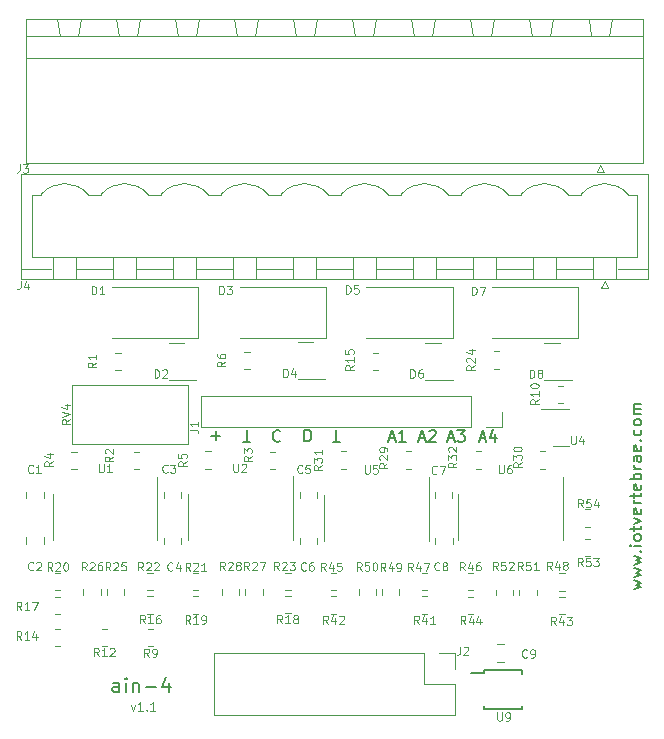
<source format=gbr>
%TF.GenerationSoftware,KiCad,Pcbnew,6.0.11+dfsg-1~bpo11+1*%
%TF.CreationDate,2023-04-06T13:05:29+02:00*%
%TF.ProjectId,ain-4_11,61696e2d-345f-4313-912e-6b696361645f,1.1*%
%TF.SameCoordinates,Original*%
%TF.FileFunction,Legend,Top*%
%TF.FilePolarity,Positive*%
%FSLAX46Y46*%
G04 Gerber Fmt 4.6, Leading zero omitted, Abs format (unit mm)*
G04 Created by KiCad (PCBNEW 6.0.11+dfsg-1~bpo11+1) date 2023-04-06 13:05:29*
%MOMM*%
%LPD*%
G01*
G04 APERTURE LIST*
%ADD10C,0.120000*%
%ADD11C,0.150000*%
%ADD12C,0.200000*%
G04 APERTURE END LIST*
D10*
X137728571Y-118264285D02*
X137907142Y-118764285D01*
X138085714Y-118264285D01*
X138764285Y-118764285D02*
X138335714Y-118764285D01*
X138550000Y-118764285D02*
X138550000Y-118014285D01*
X138478571Y-118121428D01*
X138407142Y-118192857D01*
X138335714Y-118228571D01*
X139085714Y-118692857D02*
X139121428Y-118728571D01*
X139085714Y-118764285D01*
X139050000Y-118728571D01*
X139085714Y-118692857D01*
X139085714Y-118764285D01*
X139835714Y-118764285D02*
X139407142Y-118764285D01*
X139621428Y-118764285D02*
X139621428Y-118014285D01*
X139550000Y-118121428D01*
X139478571Y-118192857D01*
X139407142Y-118228571D01*
D11*
X147835714Y-95997619D02*
X147264285Y-95997619D01*
X147550000Y-94997619D02*
X147550000Y-95997619D01*
X164585714Y-95716666D02*
X165061904Y-95716666D01*
X164490476Y-96002380D02*
X164823809Y-95002380D01*
X165157142Y-96002380D01*
X165395238Y-95002380D02*
X166014285Y-95002380D01*
X165680952Y-95383333D01*
X165823809Y-95383333D01*
X165919047Y-95430952D01*
X165966666Y-95478571D01*
X166014285Y-95573809D01*
X166014285Y-95811904D01*
X165966666Y-95907142D01*
X165919047Y-95954761D01*
X165823809Y-96002380D01*
X165538095Y-96002380D01*
X165442857Y-95954761D01*
X165395238Y-95907142D01*
X159585714Y-95716666D02*
X160061904Y-95716666D01*
X159490476Y-96002380D02*
X159823809Y-95002380D01*
X160157142Y-96002380D01*
X161014285Y-96002380D02*
X160442857Y-96002380D01*
X160728571Y-96002380D02*
X160728571Y-95002380D01*
X160633333Y-95145238D01*
X160538095Y-95240476D01*
X160442857Y-95288095D01*
X152438095Y-95977380D02*
X152438095Y-94977380D01*
X152676190Y-94977380D01*
X152819047Y-95025000D01*
X152914285Y-95120238D01*
X152961904Y-95215476D01*
X153009523Y-95405952D01*
X153009523Y-95548809D01*
X152961904Y-95739285D01*
X152914285Y-95834523D01*
X152819047Y-95929761D01*
X152676190Y-95977380D01*
X152438095Y-95977380D01*
X150384523Y-95907142D02*
X150336904Y-95954761D01*
X150194047Y-96002380D01*
X150098809Y-96002380D01*
X149955952Y-95954761D01*
X149860714Y-95859523D01*
X149813095Y-95764285D01*
X149765476Y-95573809D01*
X149765476Y-95430952D01*
X149813095Y-95240476D01*
X149860714Y-95145238D01*
X149955952Y-95050000D01*
X150098809Y-95002380D01*
X150194047Y-95002380D01*
X150336904Y-95050000D01*
X150384523Y-95097619D01*
D12*
X136764285Y-117192857D02*
X136764285Y-116564285D01*
X136707142Y-116450000D01*
X136592857Y-116392857D01*
X136364285Y-116392857D01*
X136250000Y-116450000D01*
X136764285Y-117135714D02*
X136650000Y-117192857D01*
X136364285Y-117192857D01*
X136250000Y-117135714D01*
X136192857Y-117021428D01*
X136192857Y-116907142D01*
X136250000Y-116792857D01*
X136364285Y-116735714D01*
X136650000Y-116735714D01*
X136764285Y-116678571D01*
X137335714Y-117192857D02*
X137335714Y-116392857D01*
X137335714Y-115992857D02*
X137278571Y-116050000D01*
X137335714Y-116107142D01*
X137392857Y-116050000D01*
X137335714Y-115992857D01*
X137335714Y-116107142D01*
X137907142Y-116392857D02*
X137907142Y-117192857D01*
X137907142Y-116507142D02*
X137964285Y-116450000D01*
X138078571Y-116392857D01*
X138250000Y-116392857D01*
X138364285Y-116450000D01*
X138421428Y-116564285D01*
X138421428Y-117192857D01*
X138992857Y-116735714D02*
X139907142Y-116735714D01*
X140992857Y-116392857D02*
X140992857Y-117192857D01*
X140707142Y-115935714D02*
X140421428Y-116792857D01*
X141164285Y-116792857D01*
D11*
X167285714Y-95716666D02*
X167761904Y-95716666D01*
X167190476Y-96002380D02*
X167523809Y-95002380D01*
X167857142Y-96002380D01*
X168619047Y-95335714D02*
X168619047Y-96002380D01*
X168380952Y-94954761D02*
X168142857Y-95669047D01*
X168761904Y-95669047D01*
X155435714Y-95997619D02*
X154864285Y-95997619D01*
X155150000Y-94997619D02*
X155150000Y-95997619D01*
X144569047Y-95496428D02*
X145330952Y-95496428D01*
X144950000Y-95877380D02*
X144950000Y-95115476D01*
X180310714Y-108504761D02*
X180977380Y-108314285D01*
X180501190Y-108123809D01*
X180977380Y-107933333D01*
X180310714Y-107742857D01*
X180310714Y-107457142D02*
X180977380Y-107266666D01*
X180501190Y-107076190D01*
X180977380Y-106885714D01*
X180310714Y-106695238D01*
X180310714Y-106409523D02*
X180977380Y-106219047D01*
X180501190Y-106028571D01*
X180977380Y-105838095D01*
X180310714Y-105647619D01*
X180882142Y-105266666D02*
X180929761Y-105219047D01*
X180977380Y-105266666D01*
X180929761Y-105314285D01*
X180882142Y-105266666D01*
X180977380Y-105266666D01*
X180977380Y-104790476D02*
X180310714Y-104790476D01*
X179977380Y-104790476D02*
X180025000Y-104838095D01*
X180072619Y-104790476D01*
X180025000Y-104742857D01*
X179977380Y-104790476D01*
X180072619Y-104790476D01*
X180977380Y-104171428D02*
X180929761Y-104266666D01*
X180882142Y-104314285D01*
X180786904Y-104361904D01*
X180501190Y-104361904D01*
X180405952Y-104314285D01*
X180358333Y-104266666D01*
X180310714Y-104171428D01*
X180310714Y-104028571D01*
X180358333Y-103933333D01*
X180405952Y-103885714D01*
X180501190Y-103838095D01*
X180786904Y-103838095D01*
X180882142Y-103885714D01*
X180929761Y-103933333D01*
X180977380Y-104028571D01*
X180977380Y-104171428D01*
X180310714Y-103552380D02*
X180310714Y-103171428D01*
X179977380Y-103409523D02*
X180834523Y-103409523D01*
X180929761Y-103361904D01*
X180977380Y-103266666D01*
X180977380Y-103171428D01*
X180310714Y-102933333D02*
X180977380Y-102695238D01*
X180310714Y-102457142D01*
X180929761Y-101695238D02*
X180977380Y-101790476D01*
X180977380Y-101980952D01*
X180929761Y-102076190D01*
X180834523Y-102123809D01*
X180453571Y-102123809D01*
X180358333Y-102076190D01*
X180310714Y-101980952D01*
X180310714Y-101790476D01*
X180358333Y-101695238D01*
X180453571Y-101647619D01*
X180548809Y-101647619D01*
X180644047Y-102123809D01*
X180977380Y-101219047D02*
X180310714Y-101219047D01*
X180501190Y-101219047D02*
X180405952Y-101171428D01*
X180358333Y-101123809D01*
X180310714Y-101028571D01*
X180310714Y-100933333D01*
X180310714Y-100742857D02*
X180310714Y-100361904D01*
X179977380Y-100600000D02*
X180834523Y-100600000D01*
X180929761Y-100552380D01*
X180977380Y-100457142D01*
X180977380Y-100361904D01*
X180929761Y-99647619D02*
X180977380Y-99742857D01*
X180977380Y-99933333D01*
X180929761Y-100028571D01*
X180834523Y-100076190D01*
X180453571Y-100076190D01*
X180358333Y-100028571D01*
X180310714Y-99933333D01*
X180310714Y-99742857D01*
X180358333Y-99647619D01*
X180453571Y-99600000D01*
X180548809Y-99600000D01*
X180644047Y-100076190D01*
X180977380Y-99171428D02*
X179977380Y-99171428D01*
X180358333Y-99171428D02*
X180310714Y-99076190D01*
X180310714Y-98885714D01*
X180358333Y-98790476D01*
X180405952Y-98742857D01*
X180501190Y-98695238D01*
X180786904Y-98695238D01*
X180882142Y-98742857D01*
X180929761Y-98790476D01*
X180977380Y-98885714D01*
X180977380Y-99076190D01*
X180929761Y-99171428D01*
X180977380Y-98266666D02*
X180310714Y-98266666D01*
X180501190Y-98266666D02*
X180405952Y-98219047D01*
X180358333Y-98171428D01*
X180310714Y-98076190D01*
X180310714Y-97980952D01*
X180977380Y-97219047D02*
X180453571Y-97219047D01*
X180358333Y-97266666D01*
X180310714Y-97361904D01*
X180310714Y-97552380D01*
X180358333Y-97647619D01*
X180929761Y-97219047D02*
X180977380Y-97314285D01*
X180977380Y-97552380D01*
X180929761Y-97647619D01*
X180834523Y-97695238D01*
X180739285Y-97695238D01*
X180644047Y-97647619D01*
X180596428Y-97552380D01*
X180596428Y-97314285D01*
X180548809Y-97219047D01*
X180929761Y-96361904D02*
X180977380Y-96457142D01*
X180977380Y-96647619D01*
X180929761Y-96742857D01*
X180834523Y-96790476D01*
X180453571Y-96790476D01*
X180358333Y-96742857D01*
X180310714Y-96647619D01*
X180310714Y-96457142D01*
X180358333Y-96361904D01*
X180453571Y-96314285D01*
X180548809Y-96314285D01*
X180644047Y-96790476D01*
X180882142Y-95885714D02*
X180929761Y-95838095D01*
X180977380Y-95885714D01*
X180929761Y-95933333D01*
X180882142Y-95885714D01*
X180977380Y-95885714D01*
X180929761Y-94980952D02*
X180977380Y-95076190D01*
X180977380Y-95266666D01*
X180929761Y-95361904D01*
X180882142Y-95409523D01*
X180786904Y-95457142D01*
X180501190Y-95457142D01*
X180405952Y-95409523D01*
X180358333Y-95361904D01*
X180310714Y-95266666D01*
X180310714Y-95076190D01*
X180358333Y-94980952D01*
X180977380Y-94409523D02*
X180929761Y-94504761D01*
X180882142Y-94552380D01*
X180786904Y-94600000D01*
X180501190Y-94600000D01*
X180405952Y-94552380D01*
X180358333Y-94504761D01*
X180310714Y-94409523D01*
X180310714Y-94266666D01*
X180358333Y-94171428D01*
X180405952Y-94123809D01*
X180501190Y-94076190D01*
X180786904Y-94076190D01*
X180882142Y-94123809D01*
X180929761Y-94171428D01*
X180977380Y-94266666D01*
X180977380Y-94409523D01*
X180977380Y-93647619D02*
X180310714Y-93647619D01*
X180405952Y-93647619D02*
X180358333Y-93600000D01*
X180310714Y-93504761D01*
X180310714Y-93361904D01*
X180358333Y-93266666D01*
X180453571Y-93219047D01*
X180977380Y-93219047D01*
X180453571Y-93219047D02*
X180358333Y-93171428D01*
X180310714Y-93076190D01*
X180310714Y-92933333D01*
X180358333Y-92838095D01*
X180453571Y-92790476D01*
X180977380Y-92790476D01*
X162135714Y-95716666D02*
X162611904Y-95716666D01*
X162040476Y-96002380D02*
X162373809Y-95002380D01*
X162707142Y-96002380D01*
X162992857Y-95097619D02*
X163040476Y-95050000D01*
X163135714Y-95002380D01*
X163373809Y-95002380D01*
X163469047Y-95050000D01*
X163516666Y-95097619D01*
X163564285Y-95192857D01*
X163564285Y-95288095D01*
X163516666Y-95430952D01*
X162945238Y-96002380D01*
X163564285Y-96002380D01*
D10*
%TO.C,R22*%
X138790000Y-106896666D02*
X138556666Y-106563333D01*
X138390000Y-106896666D02*
X138390000Y-106196666D01*
X138656666Y-106196666D01*
X138723333Y-106230000D01*
X138756666Y-106263333D01*
X138790000Y-106330000D01*
X138790000Y-106430000D01*
X138756666Y-106496666D01*
X138723333Y-106530000D01*
X138656666Y-106563333D01*
X138390000Y-106563333D01*
X139056666Y-106263333D02*
X139090000Y-106230000D01*
X139156666Y-106196666D01*
X139323333Y-106196666D01*
X139390000Y-106230000D01*
X139423333Y-106263333D01*
X139456666Y-106330000D01*
X139456666Y-106396666D01*
X139423333Y-106496666D01*
X139023333Y-106896666D01*
X139456666Y-106896666D01*
X139723333Y-106263333D02*
X139756666Y-106230000D01*
X139823333Y-106196666D01*
X139990000Y-106196666D01*
X140056666Y-106230000D01*
X140090000Y-106263333D01*
X140123333Y-106330000D01*
X140123333Y-106396666D01*
X140090000Y-106496666D01*
X139690000Y-106896666D01*
X140123333Y-106896666D01*
%TO.C,R17*%
X128480000Y-110266666D02*
X128246666Y-109933333D01*
X128080000Y-110266666D02*
X128080000Y-109566666D01*
X128346666Y-109566666D01*
X128413333Y-109600000D01*
X128446666Y-109633333D01*
X128480000Y-109700000D01*
X128480000Y-109800000D01*
X128446666Y-109866666D01*
X128413333Y-109900000D01*
X128346666Y-109933333D01*
X128080000Y-109933333D01*
X129146666Y-110266666D02*
X128746666Y-110266666D01*
X128946666Y-110266666D02*
X128946666Y-109566666D01*
X128880000Y-109666666D01*
X128813333Y-109733333D01*
X128746666Y-109766666D01*
X129380000Y-109566666D02*
X129846666Y-109566666D01*
X129546666Y-110266666D01*
%TO.C,D4*%
X150673333Y-90516666D02*
X150673333Y-89816666D01*
X150840000Y-89816666D01*
X150940000Y-89850000D01*
X151006666Y-89916666D01*
X151040000Y-89983333D01*
X151073333Y-90116666D01*
X151073333Y-90216666D01*
X151040000Y-90350000D01*
X151006666Y-90416666D01*
X150940000Y-90483333D01*
X150840000Y-90516666D01*
X150673333Y-90516666D01*
X151673333Y-90050000D02*
X151673333Y-90516666D01*
X151506666Y-89783333D02*
X151340000Y-90283333D01*
X151773333Y-90283333D01*
%TO.C,C6*%
X152573333Y-106837500D02*
X152540000Y-106870833D01*
X152440000Y-106904166D01*
X152373333Y-106904166D01*
X152273333Y-106870833D01*
X152206666Y-106804166D01*
X152173333Y-106737500D01*
X152140000Y-106604166D01*
X152140000Y-106504166D01*
X152173333Y-106370833D01*
X152206666Y-106304166D01*
X152273333Y-106237500D01*
X152373333Y-106204166D01*
X152440000Y-106204166D01*
X152540000Y-106237500D01*
X152573333Y-106270833D01*
X153173333Y-106204166D02*
X153040000Y-106204166D01*
X152973333Y-106237500D01*
X152940000Y-106270833D01*
X152873333Y-106370833D01*
X152840000Y-106504166D01*
X152840000Y-106770833D01*
X152873333Y-106837500D01*
X152906666Y-106870833D01*
X152973333Y-106904166D01*
X153106666Y-106904166D01*
X153173333Y-106870833D01*
X153206666Y-106837500D01*
X153240000Y-106770833D01*
X153240000Y-106604166D01*
X153206666Y-106537500D01*
X153173333Y-106504166D01*
X153106666Y-106470833D01*
X152973333Y-106470833D01*
X152906666Y-106504166D01*
X152873333Y-106537500D01*
X152840000Y-106604166D01*
%TO.C,R1*%
X134826666Y-89296666D02*
X134493333Y-89530000D01*
X134826666Y-89696666D02*
X134126666Y-89696666D01*
X134126666Y-89430000D01*
X134160000Y-89363333D01*
X134193333Y-89330000D01*
X134260000Y-89296666D01*
X134360000Y-89296666D01*
X134426666Y-89330000D01*
X134460000Y-89363333D01*
X134493333Y-89430000D01*
X134493333Y-89696666D01*
X134826666Y-88630000D02*
X134826666Y-89030000D01*
X134826666Y-88830000D02*
X134126666Y-88830000D01*
X134226666Y-88896666D01*
X134293333Y-88963333D01*
X134326666Y-89030000D01*
%TO.C,R44*%
X166080000Y-111456666D02*
X165846666Y-111123333D01*
X165680000Y-111456666D02*
X165680000Y-110756666D01*
X165946666Y-110756666D01*
X166013333Y-110790000D01*
X166046666Y-110823333D01*
X166080000Y-110890000D01*
X166080000Y-110990000D01*
X166046666Y-111056666D01*
X166013333Y-111090000D01*
X165946666Y-111123333D01*
X165680000Y-111123333D01*
X166680000Y-110990000D02*
X166680000Y-111456666D01*
X166513333Y-110723333D02*
X166346666Y-111223333D01*
X166780000Y-111223333D01*
X167346666Y-110990000D02*
X167346666Y-111456666D01*
X167180000Y-110723333D02*
X167013333Y-111223333D01*
X167446666Y-111223333D01*
%TO.C,C4*%
X141273333Y-106850000D02*
X141240000Y-106883333D01*
X141140000Y-106916666D01*
X141073333Y-106916666D01*
X140973333Y-106883333D01*
X140906666Y-106816666D01*
X140873333Y-106750000D01*
X140840000Y-106616666D01*
X140840000Y-106516666D01*
X140873333Y-106383333D01*
X140906666Y-106316666D01*
X140973333Y-106250000D01*
X141073333Y-106216666D01*
X141140000Y-106216666D01*
X141240000Y-106250000D01*
X141273333Y-106283333D01*
X141873333Y-106450000D02*
X141873333Y-106916666D01*
X141706666Y-106183333D02*
X141540000Y-106683333D01*
X141973333Y-106683333D01*
%TO.C,R6*%
X145756666Y-89206666D02*
X145423333Y-89440000D01*
X145756666Y-89606666D02*
X145056666Y-89606666D01*
X145056666Y-89340000D01*
X145090000Y-89273333D01*
X145123333Y-89240000D01*
X145190000Y-89206666D01*
X145290000Y-89206666D01*
X145356666Y-89240000D01*
X145390000Y-89273333D01*
X145423333Y-89340000D01*
X145423333Y-89606666D01*
X145056666Y-88606666D02*
X145056666Y-88740000D01*
X145090000Y-88806666D01*
X145123333Y-88840000D01*
X145223333Y-88906666D01*
X145356666Y-88940000D01*
X145623333Y-88940000D01*
X145690000Y-88906666D01*
X145723333Y-88873333D01*
X145756666Y-88806666D01*
X145756666Y-88673333D01*
X145723333Y-88606666D01*
X145690000Y-88573333D01*
X145623333Y-88540000D01*
X145456666Y-88540000D01*
X145390000Y-88573333D01*
X145356666Y-88606666D01*
X145323333Y-88673333D01*
X145323333Y-88806666D01*
X145356666Y-88873333D01*
X145390000Y-88906666D01*
X145456666Y-88940000D01*
%TO.C,D2*%
X139753333Y-90576666D02*
X139753333Y-89876666D01*
X139920000Y-89876666D01*
X140020000Y-89910000D01*
X140086666Y-89976666D01*
X140120000Y-90043333D01*
X140153333Y-90176666D01*
X140153333Y-90276666D01*
X140120000Y-90410000D01*
X140086666Y-90476666D01*
X140020000Y-90543333D01*
X139920000Y-90576666D01*
X139753333Y-90576666D01*
X140420000Y-89943333D02*
X140453333Y-89910000D01*
X140520000Y-89876666D01*
X140686666Y-89876666D01*
X140753333Y-89910000D01*
X140786666Y-89943333D01*
X140820000Y-90010000D01*
X140820000Y-90076666D01*
X140786666Y-90176666D01*
X140386666Y-90576666D01*
X140820000Y-90576666D01*
%TO.C,R16*%
X138944000Y-111376666D02*
X138710666Y-111043333D01*
X138544000Y-111376666D02*
X138544000Y-110676666D01*
X138810666Y-110676666D01*
X138877333Y-110710000D01*
X138910666Y-110743333D01*
X138944000Y-110810000D01*
X138944000Y-110910000D01*
X138910666Y-110976666D01*
X138877333Y-111010000D01*
X138810666Y-111043333D01*
X138544000Y-111043333D01*
X139610666Y-111376666D02*
X139210666Y-111376666D01*
X139410666Y-111376666D02*
X139410666Y-110676666D01*
X139344000Y-110776666D01*
X139277333Y-110843333D01*
X139210666Y-110876666D01*
X140210666Y-110676666D02*
X140077333Y-110676666D01*
X140010666Y-110710000D01*
X139977333Y-110743333D01*
X139910666Y-110843333D01*
X139877333Y-110976666D01*
X139877333Y-111243333D01*
X139910666Y-111310000D01*
X139944000Y-111343333D01*
X140010666Y-111376666D01*
X140144000Y-111376666D01*
X140210666Y-111343333D01*
X140244000Y-111310000D01*
X140277333Y-111243333D01*
X140277333Y-111076666D01*
X140244000Y-111010000D01*
X140210666Y-110976666D01*
X140144000Y-110943333D01*
X140010666Y-110943333D01*
X139944000Y-110976666D01*
X139910666Y-111010000D01*
X139877333Y-111076666D01*
%TO.C,R10*%
X172266666Y-92400000D02*
X171933333Y-92633333D01*
X172266666Y-92800000D02*
X171566666Y-92800000D01*
X171566666Y-92533333D01*
X171600000Y-92466666D01*
X171633333Y-92433333D01*
X171700000Y-92400000D01*
X171800000Y-92400000D01*
X171866666Y-92433333D01*
X171900000Y-92466666D01*
X171933333Y-92533333D01*
X171933333Y-92800000D01*
X172266666Y-91733333D02*
X172266666Y-92133333D01*
X172266666Y-91933333D02*
X171566666Y-91933333D01*
X171666666Y-92000000D01*
X171733333Y-92066666D01*
X171766666Y-92133333D01*
X171566666Y-91300000D02*
X171566666Y-91233333D01*
X171600000Y-91166666D01*
X171633333Y-91133333D01*
X171700000Y-91100000D01*
X171833333Y-91066666D01*
X172000000Y-91066666D01*
X172133333Y-91100000D01*
X172200000Y-91133333D01*
X172233333Y-91166666D01*
X172266666Y-91233333D01*
X172266666Y-91300000D01*
X172233333Y-91366666D01*
X172200000Y-91400000D01*
X172133333Y-91433333D01*
X172000000Y-91466666D01*
X171833333Y-91466666D01*
X171700000Y-91433333D01*
X171633333Y-91400000D01*
X171600000Y-91366666D01*
X171566666Y-91300000D01*
%TO.C,R5*%
X142466666Y-97666666D02*
X142133333Y-97900000D01*
X142466666Y-98066666D02*
X141766666Y-98066666D01*
X141766666Y-97800000D01*
X141800000Y-97733333D01*
X141833333Y-97700000D01*
X141900000Y-97666666D01*
X142000000Y-97666666D01*
X142066666Y-97700000D01*
X142100000Y-97733333D01*
X142133333Y-97800000D01*
X142133333Y-98066666D01*
X141766666Y-97033333D02*
X141766666Y-97366666D01*
X142100000Y-97400000D01*
X142066666Y-97366666D01*
X142033333Y-97300000D01*
X142033333Y-97133333D01*
X142066666Y-97066666D01*
X142100000Y-97033333D01*
X142166666Y-97000000D01*
X142333333Y-97000000D01*
X142400000Y-97033333D01*
X142433333Y-97066666D01*
X142466666Y-97133333D01*
X142466666Y-97300000D01*
X142433333Y-97366666D01*
X142400000Y-97400000D01*
%TO.C,R29*%
X159476666Y-97800000D02*
X159143333Y-98033333D01*
X159476666Y-98200000D02*
X158776666Y-98200000D01*
X158776666Y-97933333D01*
X158810000Y-97866666D01*
X158843333Y-97833333D01*
X158910000Y-97800000D01*
X159010000Y-97800000D01*
X159076666Y-97833333D01*
X159110000Y-97866666D01*
X159143333Y-97933333D01*
X159143333Y-98200000D01*
X158843333Y-97533333D02*
X158810000Y-97500000D01*
X158776666Y-97433333D01*
X158776666Y-97266666D01*
X158810000Y-97200000D01*
X158843333Y-97166666D01*
X158910000Y-97133333D01*
X158976666Y-97133333D01*
X159076666Y-97166666D01*
X159476666Y-97566666D01*
X159476666Y-97133333D01*
X159476666Y-96800000D02*
X159476666Y-96666666D01*
X159443333Y-96600000D01*
X159410000Y-96566666D01*
X159310000Y-96500000D01*
X159176666Y-96466666D01*
X158910000Y-96466666D01*
X158843333Y-96500000D01*
X158810000Y-96533333D01*
X158776666Y-96600000D01*
X158776666Y-96733333D01*
X158810000Y-96800000D01*
X158843333Y-96833333D01*
X158910000Y-96866666D01*
X159076666Y-96866666D01*
X159143333Y-96833333D01*
X159176666Y-96800000D01*
X159210000Y-96733333D01*
X159210000Y-96600000D01*
X159176666Y-96533333D01*
X159143333Y-96500000D01*
X159076666Y-96466666D01*
%TO.C,R12*%
X135040000Y-114166666D02*
X134806666Y-113833333D01*
X134640000Y-114166666D02*
X134640000Y-113466666D01*
X134906666Y-113466666D01*
X134973333Y-113500000D01*
X135006666Y-113533333D01*
X135040000Y-113600000D01*
X135040000Y-113700000D01*
X135006666Y-113766666D01*
X134973333Y-113800000D01*
X134906666Y-113833333D01*
X134640000Y-113833333D01*
X135706666Y-114166666D02*
X135306666Y-114166666D01*
X135506666Y-114166666D02*
X135506666Y-113466666D01*
X135440000Y-113566666D01*
X135373333Y-113633333D01*
X135306666Y-113666666D01*
X135973333Y-113533333D02*
X136006666Y-113500000D01*
X136073333Y-113466666D01*
X136240000Y-113466666D01*
X136306666Y-113500000D01*
X136340000Y-113533333D01*
X136373333Y-113600000D01*
X136373333Y-113666666D01*
X136340000Y-113766666D01*
X135940000Y-114166666D01*
X136373333Y-114166666D01*
%TO.C,R49*%
X159300000Y-106946666D02*
X159066666Y-106613333D01*
X158900000Y-106946666D02*
X158900000Y-106246666D01*
X159166666Y-106246666D01*
X159233333Y-106280000D01*
X159266666Y-106313333D01*
X159300000Y-106380000D01*
X159300000Y-106480000D01*
X159266666Y-106546666D01*
X159233333Y-106580000D01*
X159166666Y-106613333D01*
X158900000Y-106613333D01*
X159900000Y-106480000D02*
X159900000Y-106946666D01*
X159733333Y-106213333D02*
X159566666Y-106713333D01*
X160000000Y-106713333D01*
X160300000Y-106946666D02*
X160433333Y-106946666D01*
X160500000Y-106913333D01*
X160533333Y-106880000D01*
X160600000Y-106780000D01*
X160633333Y-106646666D01*
X160633333Y-106380000D01*
X160600000Y-106313333D01*
X160566666Y-106280000D01*
X160500000Y-106246666D01*
X160366666Y-106246666D01*
X160300000Y-106280000D01*
X160266666Y-106313333D01*
X160233333Y-106380000D01*
X160233333Y-106546666D01*
X160266666Y-106613333D01*
X160300000Y-106646666D01*
X160366666Y-106680000D01*
X160500000Y-106680000D01*
X160566666Y-106646666D01*
X160600000Y-106613333D01*
X160633333Y-106546666D01*
%TO.C,J1*%
X142726666Y-94998333D02*
X143226666Y-94998333D01*
X143326666Y-95031666D01*
X143393333Y-95098333D01*
X143426666Y-95198333D01*
X143426666Y-95265000D01*
X143426666Y-94298333D02*
X143426666Y-94698333D01*
X143426666Y-94498333D02*
X142726666Y-94498333D01*
X142826666Y-94565000D01*
X142893333Y-94631666D01*
X142926666Y-94698333D01*
%TO.C,R19*%
X142780000Y-111396666D02*
X142546666Y-111063333D01*
X142380000Y-111396666D02*
X142380000Y-110696666D01*
X142646666Y-110696666D01*
X142713333Y-110730000D01*
X142746666Y-110763333D01*
X142780000Y-110830000D01*
X142780000Y-110930000D01*
X142746666Y-110996666D01*
X142713333Y-111030000D01*
X142646666Y-111063333D01*
X142380000Y-111063333D01*
X143446666Y-111396666D02*
X143046666Y-111396666D01*
X143246666Y-111396666D02*
X143246666Y-110696666D01*
X143180000Y-110796666D01*
X143113333Y-110863333D01*
X143046666Y-110896666D01*
X143780000Y-111396666D02*
X143913333Y-111396666D01*
X143980000Y-111363333D01*
X144013333Y-111330000D01*
X144080000Y-111230000D01*
X144113333Y-111096666D01*
X144113333Y-110830000D01*
X144080000Y-110763333D01*
X144046666Y-110730000D01*
X143980000Y-110696666D01*
X143846666Y-110696666D01*
X143780000Y-110730000D01*
X143746666Y-110763333D01*
X143713333Y-110830000D01*
X143713333Y-110996666D01*
X143746666Y-111063333D01*
X143780000Y-111096666D01*
X143846666Y-111130000D01*
X143980000Y-111130000D01*
X144046666Y-111096666D01*
X144080000Y-111063333D01*
X144113333Y-110996666D01*
%TO.C,C3*%
X140853333Y-98560000D02*
X140820000Y-98593333D01*
X140720000Y-98626666D01*
X140653333Y-98626666D01*
X140553333Y-98593333D01*
X140486666Y-98526666D01*
X140453333Y-98460000D01*
X140420000Y-98326666D01*
X140420000Y-98226666D01*
X140453333Y-98093333D01*
X140486666Y-98026666D01*
X140553333Y-97960000D01*
X140653333Y-97926666D01*
X140720000Y-97926666D01*
X140820000Y-97960000D01*
X140853333Y-97993333D01*
X141086666Y-97926666D02*
X141520000Y-97926666D01*
X141286666Y-98193333D01*
X141386666Y-98193333D01*
X141453333Y-98226666D01*
X141486666Y-98260000D01*
X141520000Y-98326666D01*
X141520000Y-98493333D01*
X141486666Y-98560000D01*
X141453333Y-98593333D01*
X141386666Y-98626666D01*
X141186666Y-98626666D01*
X141120000Y-98593333D01*
X141086666Y-98560000D01*
%TO.C,R24*%
X166846666Y-89540000D02*
X166513333Y-89773333D01*
X166846666Y-89940000D02*
X166146666Y-89940000D01*
X166146666Y-89673333D01*
X166180000Y-89606666D01*
X166213333Y-89573333D01*
X166280000Y-89540000D01*
X166380000Y-89540000D01*
X166446666Y-89573333D01*
X166480000Y-89606666D01*
X166513333Y-89673333D01*
X166513333Y-89940000D01*
X166213333Y-89273333D02*
X166180000Y-89240000D01*
X166146666Y-89173333D01*
X166146666Y-89006666D01*
X166180000Y-88940000D01*
X166213333Y-88906666D01*
X166280000Y-88873333D01*
X166346666Y-88873333D01*
X166446666Y-88906666D01*
X166846666Y-89306666D01*
X166846666Y-88873333D01*
X166380000Y-88273333D02*
X166846666Y-88273333D01*
X166113333Y-88440000D02*
X166613333Y-88606666D01*
X166613333Y-88173333D01*
%TO.C,R46*%
X166030000Y-106896666D02*
X165796666Y-106563333D01*
X165630000Y-106896666D02*
X165630000Y-106196666D01*
X165896666Y-106196666D01*
X165963333Y-106230000D01*
X165996666Y-106263333D01*
X166030000Y-106330000D01*
X166030000Y-106430000D01*
X165996666Y-106496666D01*
X165963333Y-106530000D01*
X165896666Y-106563333D01*
X165630000Y-106563333D01*
X166630000Y-106430000D02*
X166630000Y-106896666D01*
X166463333Y-106163333D02*
X166296666Y-106663333D01*
X166730000Y-106663333D01*
X167296666Y-106196666D02*
X167163333Y-106196666D01*
X167096666Y-106230000D01*
X167063333Y-106263333D01*
X166996666Y-106363333D01*
X166963333Y-106496666D01*
X166963333Y-106763333D01*
X166996666Y-106830000D01*
X167030000Y-106863333D01*
X167096666Y-106896666D01*
X167230000Y-106896666D01*
X167296666Y-106863333D01*
X167330000Y-106830000D01*
X167363333Y-106763333D01*
X167363333Y-106596666D01*
X167330000Y-106530000D01*
X167296666Y-106496666D01*
X167230000Y-106463333D01*
X167096666Y-106463333D01*
X167030000Y-106496666D01*
X166996666Y-106530000D01*
X166963333Y-106596666D01*
%TO.C,R31*%
X153916666Y-98010000D02*
X153583333Y-98243333D01*
X153916666Y-98410000D02*
X153216666Y-98410000D01*
X153216666Y-98143333D01*
X153250000Y-98076666D01*
X153283333Y-98043333D01*
X153350000Y-98010000D01*
X153450000Y-98010000D01*
X153516666Y-98043333D01*
X153550000Y-98076666D01*
X153583333Y-98143333D01*
X153583333Y-98410000D01*
X153216666Y-97776666D02*
X153216666Y-97343333D01*
X153483333Y-97576666D01*
X153483333Y-97476666D01*
X153516666Y-97410000D01*
X153550000Y-97376666D01*
X153616666Y-97343333D01*
X153783333Y-97343333D01*
X153850000Y-97376666D01*
X153883333Y-97410000D01*
X153916666Y-97476666D01*
X153916666Y-97676666D01*
X153883333Y-97743333D01*
X153850000Y-97776666D01*
X153916666Y-96676666D02*
X153916666Y-97076666D01*
X153916666Y-96876666D02*
X153216666Y-96876666D01*
X153316666Y-96943333D01*
X153383333Y-97010000D01*
X153416666Y-97076666D01*
%TO.C,D7*%
X166643333Y-83556666D02*
X166643333Y-82856666D01*
X166810000Y-82856666D01*
X166910000Y-82890000D01*
X166976666Y-82956666D01*
X167010000Y-83023333D01*
X167043333Y-83156666D01*
X167043333Y-83256666D01*
X167010000Y-83390000D01*
X166976666Y-83456666D01*
X166910000Y-83523333D01*
X166810000Y-83556666D01*
X166643333Y-83556666D01*
X167276666Y-82856666D02*
X167743333Y-82856666D01*
X167443333Y-83556666D01*
%TO.C,C7*%
X163653333Y-98660000D02*
X163620000Y-98693333D01*
X163520000Y-98726666D01*
X163453333Y-98726666D01*
X163353333Y-98693333D01*
X163286666Y-98626666D01*
X163253333Y-98560000D01*
X163220000Y-98426666D01*
X163220000Y-98326666D01*
X163253333Y-98193333D01*
X163286666Y-98126666D01*
X163353333Y-98060000D01*
X163453333Y-98026666D01*
X163520000Y-98026666D01*
X163620000Y-98060000D01*
X163653333Y-98093333D01*
X163886666Y-98026666D02*
X164353333Y-98026666D01*
X164053333Y-98726666D01*
%TO.C,R45*%
X154260000Y-106926666D02*
X154026666Y-106593333D01*
X153860000Y-106926666D02*
X153860000Y-106226666D01*
X154126666Y-106226666D01*
X154193333Y-106260000D01*
X154226666Y-106293333D01*
X154260000Y-106360000D01*
X154260000Y-106460000D01*
X154226666Y-106526666D01*
X154193333Y-106560000D01*
X154126666Y-106593333D01*
X153860000Y-106593333D01*
X154860000Y-106460000D02*
X154860000Y-106926666D01*
X154693333Y-106193333D02*
X154526666Y-106693333D01*
X154960000Y-106693333D01*
X155560000Y-106226666D02*
X155226666Y-106226666D01*
X155193333Y-106560000D01*
X155226666Y-106526666D01*
X155293333Y-106493333D01*
X155460000Y-106493333D01*
X155526666Y-106526666D01*
X155560000Y-106560000D01*
X155593333Y-106626666D01*
X155593333Y-106793333D01*
X155560000Y-106860000D01*
X155526666Y-106893333D01*
X155460000Y-106926666D01*
X155293333Y-106926666D01*
X155226666Y-106893333D01*
X155193333Y-106860000D01*
%TO.C,R50*%
X157280000Y-106906666D02*
X157046666Y-106573333D01*
X156880000Y-106906666D02*
X156880000Y-106206666D01*
X157146666Y-106206666D01*
X157213333Y-106240000D01*
X157246666Y-106273333D01*
X157280000Y-106340000D01*
X157280000Y-106440000D01*
X157246666Y-106506666D01*
X157213333Y-106540000D01*
X157146666Y-106573333D01*
X156880000Y-106573333D01*
X157913333Y-106206666D02*
X157580000Y-106206666D01*
X157546666Y-106540000D01*
X157580000Y-106506666D01*
X157646666Y-106473333D01*
X157813333Y-106473333D01*
X157880000Y-106506666D01*
X157913333Y-106540000D01*
X157946666Y-106606666D01*
X157946666Y-106773333D01*
X157913333Y-106840000D01*
X157880000Y-106873333D01*
X157813333Y-106906666D01*
X157646666Y-106906666D01*
X157580000Y-106873333D01*
X157546666Y-106840000D01*
X158380000Y-106206666D02*
X158446666Y-106206666D01*
X158513333Y-106240000D01*
X158546666Y-106273333D01*
X158580000Y-106340000D01*
X158613333Y-106473333D01*
X158613333Y-106640000D01*
X158580000Y-106773333D01*
X158546666Y-106840000D01*
X158513333Y-106873333D01*
X158446666Y-106906666D01*
X158380000Y-106906666D01*
X158313333Y-106873333D01*
X158280000Y-106840000D01*
X158246666Y-106773333D01*
X158213333Y-106640000D01*
X158213333Y-106473333D01*
X158246666Y-106340000D01*
X158280000Y-106273333D01*
X158313333Y-106240000D01*
X158380000Y-106206666D01*
%TO.C,J2*%
X165616666Y-113336666D02*
X165616666Y-113836666D01*
X165583333Y-113936666D01*
X165516666Y-114003333D01*
X165416666Y-114036666D01*
X165350000Y-114036666D01*
X165916666Y-113403333D02*
X165950000Y-113370000D01*
X166016666Y-113336666D01*
X166183333Y-113336666D01*
X166250000Y-113370000D01*
X166283333Y-113403333D01*
X166316666Y-113470000D01*
X166316666Y-113536666D01*
X166283333Y-113636666D01*
X165883333Y-114036666D01*
X166316666Y-114036666D01*
%TO.C,R42*%
X154460000Y-111416666D02*
X154226666Y-111083333D01*
X154060000Y-111416666D02*
X154060000Y-110716666D01*
X154326666Y-110716666D01*
X154393333Y-110750000D01*
X154426666Y-110783333D01*
X154460000Y-110850000D01*
X154460000Y-110950000D01*
X154426666Y-111016666D01*
X154393333Y-111050000D01*
X154326666Y-111083333D01*
X154060000Y-111083333D01*
X155060000Y-110950000D02*
X155060000Y-111416666D01*
X154893333Y-110683333D02*
X154726666Y-111183333D01*
X155160000Y-111183333D01*
X155393333Y-110783333D02*
X155426666Y-110750000D01*
X155493333Y-110716666D01*
X155660000Y-110716666D01*
X155726666Y-110750000D01*
X155760000Y-110783333D01*
X155793333Y-110850000D01*
X155793333Y-110916666D01*
X155760000Y-111016666D01*
X155360000Y-111416666D01*
X155793333Y-111416666D01*
%TO.C,R9*%
X139283333Y-114216666D02*
X139050000Y-113883333D01*
X138883333Y-114216666D02*
X138883333Y-113516666D01*
X139150000Y-113516666D01*
X139216666Y-113550000D01*
X139250000Y-113583333D01*
X139283333Y-113650000D01*
X139283333Y-113750000D01*
X139250000Y-113816666D01*
X139216666Y-113850000D01*
X139150000Y-113883333D01*
X138883333Y-113883333D01*
X139616666Y-114216666D02*
X139750000Y-114216666D01*
X139816666Y-114183333D01*
X139850000Y-114150000D01*
X139916666Y-114050000D01*
X139950000Y-113916666D01*
X139950000Y-113650000D01*
X139916666Y-113583333D01*
X139883333Y-113550000D01*
X139816666Y-113516666D01*
X139683333Y-113516666D01*
X139616666Y-113550000D01*
X139583333Y-113583333D01*
X139550000Y-113650000D01*
X139550000Y-113816666D01*
X139583333Y-113883333D01*
X139616666Y-113916666D01*
X139683333Y-113950000D01*
X139816666Y-113950000D01*
X139883333Y-113916666D01*
X139916666Y-113883333D01*
X139950000Y-113816666D01*
%TO.C,C1*%
X129463333Y-98580000D02*
X129430000Y-98613333D01*
X129330000Y-98646666D01*
X129263333Y-98646666D01*
X129163333Y-98613333D01*
X129096666Y-98546666D01*
X129063333Y-98480000D01*
X129030000Y-98346666D01*
X129030000Y-98246666D01*
X129063333Y-98113333D01*
X129096666Y-98046666D01*
X129163333Y-97980000D01*
X129263333Y-97946666D01*
X129330000Y-97946666D01*
X129430000Y-97980000D01*
X129463333Y-98013333D01*
X130130000Y-98646666D02*
X129730000Y-98646666D01*
X129930000Y-98646666D02*
X129930000Y-97946666D01*
X129863333Y-98046666D01*
X129796666Y-98113333D01*
X129730000Y-98146666D01*
%TO.C,RV4*%
X132606666Y-94106666D02*
X132273333Y-94340000D01*
X132606666Y-94506666D02*
X131906666Y-94506666D01*
X131906666Y-94240000D01*
X131940000Y-94173333D01*
X131973333Y-94140000D01*
X132040000Y-94106666D01*
X132140000Y-94106666D01*
X132206666Y-94140000D01*
X132240000Y-94173333D01*
X132273333Y-94240000D01*
X132273333Y-94506666D01*
X131906666Y-93906666D02*
X132606666Y-93673333D01*
X131906666Y-93440000D01*
X132140000Y-92906666D02*
X132606666Y-92906666D01*
X131873333Y-93073333D02*
X132373333Y-93240000D01*
X132373333Y-92806666D01*
%TO.C,R30*%
X170826666Y-97750000D02*
X170493333Y-97983333D01*
X170826666Y-98150000D02*
X170126666Y-98150000D01*
X170126666Y-97883333D01*
X170160000Y-97816666D01*
X170193333Y-97783333D01*
X170260000Y-97750000D01*
X170360000Y-97750000D01*
X170426666Y-97783333D01*
X170460000Y-97816666D01*
X170493333Y-97883333D01*
X170493333Y-98150000D01*
X170126666Y-97516666D02*
X170126666Y-97083333D01*
X170393333Y-97316666D01*
X170393333Y-97216666D01*
X170426666Y-97150000D01*
X170460000Y-97116666D01*
X170526666Y-97083333D01*
X170693333Y-97083333D01*
X170760000Y-97116666D01*
X170793333Y-97150000D01*
X170826666Y-97216666D01*
X170826666Y-97416666D01*
X170793333Y-97483333D01*
X170760000Y-97516666D01*
X170126666Y-96650000D02*
X170126666Y-96583333D01*
X170160000Y-96516666D01*
X170193333Y-96483333D01*
X170260000Y-96450000D01*
X170393333Y-96416666D01*
X170560000Y-96416666D01*
X170693333Y-96450000D01*
X170760000Y-96483333D01*
X170793333Y-96516666D01*
X170826666Y-96583333D01*
X170826666Y-96650000D01*
X170793333Y-96716666D01*
X170760000Y-96750000D01*
X170693333Y-96783333D01*
X170560000Y-96816666D01*
X170393333Y-96816666D01*
X170260000Y-96783333D01*
X170193333Y-96750000D01*
X170160000Y-96716666D01*
X170126666Y-96650000D01*
%TO.C,R20*%
X131100000Y-106916666D02*
X130866666Y-106583333D01*
X130700000Y-106916666D02*
X130700000Y-106216666D01*
X130966666Y-106216666D01*
X131033333Y-106250000D01*
X131066666Y-106283333D01*
X131100000Y-106350000D01*
X131100000Y-106450000D01*
X131066666Y-106516666D01*
X131033333Y-106550000D01*
X130966666Y-106583333D01*
X130700000Y-106583333D01*
X131366666Y-106283333D02*
X131400000Y-106250000D01*
X131466666Y-106216666D01*
X131633333Y-106216666D01*
X131700000Y-106250000D01*
X131733333Y-106283333D01*
X131766666Y-106350000D01*
X131766666Y-106416666D01*
X131733333Y-106516666D01*
X131333333Y-106916666D01*
X131766666Y-106916666D01*
X132200000Y-106216666D02*
X132266666Y-106216666D01*
X132333333Y-106250000D01*
X132366666Y-106283333D01*
X132400000Y-106350000D01*
X132433333Y-106483333D01*
X132433333Y-106650000D01*
X132400000Y-106783333D01*
X132366666Y-106850000D01*
X132333333Y-106883333D01*
X132266666Y-106916666D01*
X132200000Y-106916666D01*
X132133333Y-106883333D01*
X132100000Y-106850000D01*
X132066666Y-106783333D01*
X132033333Y-106650000D01*
X132033333Y-106483333D01*
X132066666Y-106350000D01*
X132100000Y-106283333D01*
X132133333Y-106250000D01*
X132200000Y-106216666D01*
%TO.C,R43*%
X173760000Y-111516666D02*
X173526666Y-111183333D01*
X173360000Y-111516666D02*
X173360000Y-110816666D01*
X173626666Y-110816666D01*
X173693333Y-110850000D01*
X173726666Y-110883333D01*
X173760000Y-110950000D01*
X173760000Y-111050000D01*
X173726666Y-111116666D01*
X173693333Y-111150000D01*
X173626666Y-111183333D01*
X173360000Y-111183333D01*
X174360000Y-111050000D02*
X174360000Y-111516666D01*
X174193333Y-110783333D02*
X174026666Y-111283333D01*
X174460000Y-111283333D01*
X174660000Y-110816666D02*
X175093333Y-110816666D01*
X174860000Y-111083333D01*
X174960000Y-111083333D01*
X175026666Y-111116666D01*
X175060000Y-111150000D01*
X175093333Y-111216666D01*
X175093333Y-111383333D01*
X175060000Y-111450000D01*
X175026666Y-111483333D01*
X174960000Y-111516666D01*
X174760000Y-111516666D01*
X174693333Y-111483333D01*
X174660000Y-111450000D01*
%TO.C,U1*%
X135036666Y-97886666D02*
X135036666Y-98453333D01*
X135070000Y-98520000D01*
X135103333Y-98553333D01*
X135170000Y-98586666D01*
X135303333Y-98586666D01*
X135370000Y-98553333D01*
X135403333Y-98520000D01*
X135436666Y-98453333D01*
X135436666Y-97886666D01*
X136136666Y-98586666D02*
X135736666Y-98586666D01*
X135936666Y-98586666D02*
X135936666Y-97886666D01*
X135870000Y-97986666D01*
X135803333Y-98053333D01*
X135736666Y-98086666D01*
%TO.C,J3*%
X128336666Y-72516666D02*
X128336666Y-73016666D01*
X128303333Y-73116666D01*
X128236666Y-73183333D01*
X128136666Y-73216666D01*
X128070000Y-73216666D01*
X128603333Y-72516666D02*
X129036666Y-72516666D01*
X128803333Y-72783333D01*
X128903333Y-72783333D01*
X128970000Y-72816666D01*
X129003333Y-72850000D01*
X129036666Y-72916666D01*
X129036666Y-73083333D01*
X129003333Y-73150000D01*
X128970000Y-73183333D01*
X128903333Y-73216666D01*
X128703333Y-73216666D01*
X128636666Y-73183333D01*
X128603333Y-73150000D01*
%TO.C,R14*%
X128480000Y-112746666D02*
X128246666Y-112413333D01*
X128080000Y-112746666D02*
X128080000Y-112046666D01*
X128346666Y-112046666D01*
X128413333Y-112080000D01*
X128446666Y-112113333D01*
X128480000Y-112180000D01*
X128480000Y-112280000D01*
X128446666Y-112346666D01*
X128413333Y-112380000D01*
X128346666Y-112413333D01*
X128080000Y-112413333D01*
X129146666Y-112746666D02*
X128746666Y-112746666D01*
X128946666Y-112746666D02*
X128946666Y-112046666D01*
X128880000Y-112146666D01*
X128813333Y-112213333D01*
X128746666Y-112246666D01*
X129746666Y-112280000D02*
X129746666Y-112746666D01*
X129580000Y-112013333D02*
X129413333Y-112513333D01*
X129846666Y-112513333D01*
%TO.C,D1*%
X134433333Y-83526666D02*
X134433333Y-82826666D01*
X134600000Y-82826666D01*
X134700000Y-82860000D01*
X134766666Y-82926666D01*
X134800000Y-82993333D01*
X134833333Y-83126666D01*
X134833333Y-83226666D01*
X134800000Y-83360000D01*
X134766666Y-83426666D01*
X134700000Y-83493333D01*
X134600000Y-83526666D01*
X134433333Y-83526666D01*
X135500000Y-83526666D02*
X135100000Y-83526666D01*
X135300000Y-83526666D02*
X135300000Y-82826666D01*
X135233333Y-82926666D01*
X135166666Y-82993333D01*
X135100000Y-83026666D01*
%TO.C,C8*%
X163873333Y-106830000D02*
X163840000Y-106863333D01*
X163740000Y-106896666D01*
X163673333Y-106896666D01*
X163573333Y-106863333D01*
X163506666Y-106796666D01*
X163473333Y-106730000D01*
X163440000Y-106596666D01*
X163440000Y-106496666D01*
X163473333Y-106363333D01*
X163506666Y-106296666D01*
X163573333Y-106230000D01*
X163673333Y-106196666D01*
X163740000Y-106196666D01*
X163840000Y-106230000D01*
X163873333Y-106263333D01*
X164273333Y-106496666D02*
X164206666Y-106463333D01*
X164173333Y-106430000D01*
X164140000Y-106363333D01*
X164140000Y-106330000D01*
X164173333Y-106263333D01*
X164206666Y-106230000D01*
X164273333Y-106196666D01*
X164406666Y-106196666D01*
X164473333Y-106230000D01*
X164506666Y-106263333D01*
X164540000Y-106330000D01*
X164540000Y-106363333D01*
X164506666Y-106430000D01*
X164473333Y-106463333D01*
X164406666Y-106496666D01*
X164273333Y-106496666D01*
X164206666Y-106530000D01*
X164173333Y-106563333D01*
X164140000Y-106630000D01*
X164140000Y-106763333D01*
X164173333Y-106830000D01*
X164206666Y-106863333D01*
X164273333Y-106896666D01*
X164406666Y-106896666D01*
X164473333Y-106863333D01*
X164506666Y-106830000D01*
X164540000Y-106763333D01*
X164540000Y-106630000D01*
X164506666Y-106563333D01*
X164473333Y-106530000D01*
X164406666Y-106496666D01*
%TO.C,U6*%
X168906666Y-97986666D02*
X168906666Y-98553333D01*
X168940000Y-98620000D01*
X168973333Y-98653333D01*
X169040000Y-98686666D01*
X169173333Y-98686666D01*
X169240000Y-98653333D01*
X169273333Y-98620000D01*
X169306666Y-98553333D01*
X169306666Y-97986666D01*
X169940000Y-97986666D02*
X169806666Y-97986666D01*
X169740000Y-98020000D01*
X169706666Y-98053333D01*
X169640000Y-98153333D01*
X169606666Y-98286666D01*
X169606666Y-98553333D01*
X169640000Y-98620000D01*
X169673333Y-98653333D01*
X169740000Y-98686666D01*
X169873333Y-98686666D01*
X169940000Y-98653333D01*
X169973333Y-98620000D01*
X170006666Y-98553333D01*
X170006666Y-98386666D01*
X169973333Y-98320000D01*
X169940000Y-98286666D01*
X169873333Y-98253333D01*
X169740000Y-98253333D01*
X169673333Y-98286666D01*
X169640000Y-98320000D01*
X169606666Y-98386666D01*
%TO.C,R48*%
X173400000Y-106846666D02*
X173166666Y-106513333D01*
X173000000Y-106846666D02*
X173000000Y-106146666D01*
X173266666Y-106146666D01*
X173333333Y-106180000D01*
X173366666Y-106213333D01*
X173400000Y-106280000D01*
X173400000Y-106380000D01*
X173366666Y-106446666D01*
X173333333Y-106480000D01*
X173266666Y-106513333D01*
X173000000Y-106513333D01*
X174000000Y-106380000D02*
X174000000Y-106846666D01*
X173833333Y-106113333D02*
X173666666Y-106613333D01*
X174100000Y-106613333D01*
X174466666Y-106446666D02*
X174400000Y-106413333D01*
X174366666Y-106380000D01*
X174333333Y-106313333D01*
X174333333Y-106280000D01*
X174366666Y-106213333D01*
X174400000Y-106180000D01*
X174466666Y-106146666D01*
X174600000Y-106146666D01*
X174666666Y-106180000D01*
X174700000Y-106213333D01*
X174733333Y-106280000D01*
X174733333Y-106313333D01*
X174700000Y-106380000D01*
X174666666Y-106413333D01*
X174600000Y-106446666D01*
X174466666Y-106446666D01*
X174400000Y-106480000D01*
X174366666Y-106513333D01*
X174333333Y-106580000D01*
X174333333Y-106713333D01*
X174366666Y-106780000D01*
X174400000Y-106813333D01*
X174466666Y-106846666D01*
X174600000Y-106846666D01*
X174666666Y-106813333D01*
X174700000Y-106780000D01*
X174733333Y-106713333D01*
X174733333Y-106580000D01*
X174700000Y-106513333D01*
X174666666Y-106480000D01*
X174600000Y-106446666D01*
%TO.C,R3*%
X147996666Y-97216666D02*
X147663333Y-97450000D01*
X147996666Y-97616666D02*
X147296666Y-97616666D01*
X147296666Y-97350000D01*
X147330000Y-97283333D01*
X147363333Y-97250000D01*
X147430000Y-97216666D01*
X147530000Y-97216666D01*
X147596666Y-97250000D01*
X147630000Y-97283333D01*
X147663333Y-97350000D01*
X147663333Y-97616666D01*
X147296666Y-96983333D02*
X147296666Y-96550000D01*
X147563333Y-96783333D01*
X147563333Y-96683333D01*
X147596666Y-96616666D01*
X147630000Y-96583333D01*
X147696666Y-96550000D01*
X147863333Y-96550000D01*
X147930000Y-96583333D01*
X147963333Y-96616666D01*
X147996666Y-96683333D01*
X147996666Y-96883333D01*
X147963333Y-96950000D01*
X147930000Y-96983333D01*
%TO.C,R32*%
X165316666Y-97770000D02*
X164983333Y-98003333D01*
X165316666Y-98170000D02*
X164616666Y-98170000D01*
X164616666Y-97903333D01*
X164650000Y-97836666D01*
X164683333Y-97803333D01*
X164750000Y-97770000D01*
X164850000Y-97770000D01*
X164916666Y-97803333D01*
X164950000Y-97836666D01*
X164983333Y-97903333D01*
X164983333Y-98170000D01*
X164616666Y-97536666D02*
X164616666Y-97103333D01*
X164883333Y-97336666D01*
X164883333Y-97236666D01*
X164916666Y-97170000D01*
X164950000Y-97136666D01*
X165016666Y-97103333D01*
X165183333Y-97103333D01*
X165250000Y-97136666D01*
X165283333Y-97170000D01*
X165316666Y-97236666D01*
X165316666Y-97436666D01*
X165283333Y-97503333D01*
X165250000Y-97536666D01*
X164683333Y-96836666D02*
X164650000Y-96803333D01*
X164616666Y-96736666D01*
X164616666Y-96570000D01*
X164650000Y-96503333D01*
X164683333Y-96470000D01*
X164750000Y-96436666D01*
X164816666Y-96436666D01*
X164916666Y-96470000D01*
X165316666Y-96870000D01*
X165316666Y-96436666D01*
%TO.C,D5*%
X155963333Y-83456666D02*
X155963333Y-82756666D01*
X156130000Y-82756666D01*
X156230000Y-82790000D01*
X156296666Y-82856666D01*
X156330000Y-82923333D01*
X156363333Y-83056666D01*
X156363333Y-83156666D01*
X156330000Y-83290000D01*
X156296666Y-83356666D01*
X156230000Y-83423333D01*
X156130000Y-83456666D01*
X155963333Y-83456666D01*
X156996666Y-82756666D02*
X156663333Y-82756666D01*
X156630000Y-83090000D01*
X156663333Y-83056666D01*
X156730000Y-83023333D01*
X156896666Y-83023333D01*
X156963333Y-83056666D01*
X156996666Y-83090000D01*
X157030000Y-83156666D01*
X157030000Y-83323333D01*
X156996666Y-83390000D01*
X156963333Y-83423333D01*
X156896666Y-83456666D01*
X156730000Y-83456666D01*
X156663333Y-83423333D01*
X156630000Y-83390000D01*
%TO.C,R51*%
X170940000Y-106876666D02*
X170706666Y-106543333D01*
X170540000Y-106876666D02*
X170540000Y-106176666D01*
X170806666Y-106176666D01*
X170873333Y-106210000D01*
X170906666Y-106243333D01*
X170940000Y-106310000D01*
X170940000Y-106410000D01*
X170906666Y-106476666D01*
X170873333Y-106510000D01*
X170806666Y-106543333D01*
X170540000Y-106543333D01*
X171573333Y-106176666D02*
X171240000Y-106176666D01*
X171206666Y-106510000D01*
X171240000Y-106476666D01*
X171306666Y-106443333D01*
X171473333Y-106443333D01*
X171540000Y-106476666D01*
X171573333Y-106510000D01*
X171606666Y-106576666D01*
X171606666Y-106743333D01*
X171573333Y-106810000D01*
X171540000Y-106843333D01*
X171473333Y-106876666D01*
X171306666Y-106876666D01*
X171240000Y-106843333D01*
X171206666Y-106810000D01*
X172273333Y-106876666D02*
X171873333Y-106876666D01*
X172073333Y-106876666D02*
X172073333Y-106176666D01*
X172006666Y-106276666D01*
X171940000Y-106343333D01*
X171873333Y-106376666D01*
%TO.C,U2*%
X146436666Y-97866666D02*
X146436666Y-98433333D01*
X146470000Y-98500000D01*
X146503333Y-98533333D01*
X146570000Y-98566666D01*
X146703333Y-98566666D01*
X146770000Y-98533333D01*
X146803333Y-98500000D01*
X146836666Y-98433333D01*
X146836666Y-97866666D01*
X147136666Y-97933333D02*
X147170000Y-97900000D01*
X147236666Y-97866666D01*
X147403333Y-97866666D01*
X147470000Y-97900000D01*
X147503333Y-97933333D01*
X147536666Y-98000000D01*
X147536666Y-98066666D01*
X147503333Y-98166666D01*
X147103333Y-98566666D01*
X147536666Y-98566666D01*
%TO.C,R27*%
X147770000Y-106876666D02*
X147536666Y-106543333D01*
X147370000Y-106876666D02*
X147370000Y-106176666D01*
X147636666Y-106176666D01*
X147703333Y-106210000D01*
X147736666Y-106243333D01*
X147770000Y-106310000D01*
X147770000Y-106410000D01*
X147736666Y-106476666D01*
X147703333Y-106510000D01*
X147636666Y-106543333D01*
X147370000Y-106543333D01*
X148036666Y-106243333D02*
X148070000Y-106210000D01*
X148136666Y-106176666D01*
X148303333Y-106176666D01*
X148370000Y-106210000D01*
X148403333Y-106243333D01*
X148436666Y-106310000D01*
X148436666Y-106376666D01*
X148403333Y-106476666D01*
X148003333Y-106876666D01*
X148436666Y-106876666D01*
X148670000Y-106176666D02*
X149136666Y-106176666D01*
X148836666Y-106876666D01*
%TO.C,R4*%
X131126666Y-97646666D02*
X130793333Y-97880000D01*
X131126666Y-98046666D02*
X130426666Y-98046666D01*
X130426666Y-97780000D01*
X130460000Y-97713333D01*
X130493333Y-97680000D01*
X130560000Y-97646666D01*
X130660000Y-97646666D01*
X130726666Y-97680000D01*
X130760000Y-97713333D01*
X130793333Y-97780000D01*
X130793333Y-98046666D01*
X130660000Y-97046666D02*
X131126666Y-97046666D01*
X130393333Y-97213333D02*
X130893333Y-97380000D01*
X130893333Y-96946666D01*
%TO.C,J4*%
X128416666Y-82396666D02*
X128416666Y-82896666D01*
X128383333Y-82996666D01*
X128316666Y-83063333D01*
X128216666Y-83096666D01*
X128150000Y-83096666D01*
X129050000Y-82630000D02*
X129050000Y-83096666D01*
X128883333Y-82363333D02*
X128716666Y-82863333D01*
X129150000Y-82863333D01*
%TO.C,R41*%
X162160000Y-111416666D02*
X161926666Y-111083333D01*
X161760000Y-111416666D02*
X161760000Y-110716666D01*
X162026666Y-110716666D01*
X162093333Y-110750000D01*
X162126666Y-110783333D01*
X162160000Y-110850000D01*
X162160000Y-110950000D01*
X162126666Y-111016666D01*
X162093333Y-111050000D01*
X162026666Y-111083333D01*
X161760000Y-111083333D01*
X162760000Y-110950000D02*
X162760000Y-111416666D01*
X162593333Y-110683333D02*
X162426666Y-111183333D01*
X162860000Y-111183333D01*
X163493333Y-111416666D02*
X163093333Y-111416666D01*
X163293333Y-111416666D02*
X163293333Y-110716666D01*
X163226666Y-110816666D01*
X163160000Y-110883333D01*
X163093333Y-110916666D01*
%TO.C,R18*%
X150560000Y-111376666D02*
X150326666Y-111043333D01*
X150160000Y-111376666D02*
X150160000Y-110676666D01*
X150426666Y-110676666D01*
X150493333Y-110710000D01*
X150526666Y-110743333D01*
X150560000Y-110810000D01*
X150560000Y-110910000D01*
X150526666Y-110976666D01*
X150493333Y-111010000D01*
X150426666Y-111043333D01*
X150160000Y-111043333D01*
X151226666Y-111376666D02*
X150826666Y-111376666D01*
X151026666Y-111376666D02*
X151026666Y-110676666D01*
X150960000Y-110776666D01*
X150893333Y-110843333D01*
X150826666Y-110876666D01*
X151626666Y-110976666D02*
X151560000Y-110943333D01*
X151526666Y-110910000D01*
X151493333Y-110843333D01*
X151493333Y-110810000D01*
X151526666Y-110743333D01*
X151560000Y-110710000D01*
X151626666Y-110676666D01*
X151760000Y-110676666D01*
X151826666Y-110710000D01*
X151860000Y-110743333D01*
X151893333Y-110810000D01*
X151893333Y-110843333D01*
X151860000Y-110910000D01*
X151826666Y-110943333D01*
X151760000Y-110976666D01*
X151626666Y-110976666D01*
X151560000Y-111010000D01*
X151526666Y-111043333D01*
X151493333Y-111110000D01*
X151493333Y-111243333D01*
X151526666Y-111310000D01*
X151560000Y-111343333D01*
X151626666Y-111376666D01*
X151760000Y-111376666D01*
X151826666Y-111343333D01*
X151860000Y-111310000D01*
X151893333Y-111243333D01*
X151893333Y-111110000D01*
X151860000Y-111043333D01*
X151826666Y-111010000D01*
X151760000Y-110976666D01*
%TO.C,R2*%
X136246666Y-97256666D02*
X135913333Y-97490000D01*
X136246666Y-97656666D02*
X135546666Y-97656666D01*
X135546666Y-97390000D01*
X135580000Y-97323333D01*
X135613333Y-97290000D01*
X135680000Y-97256666D01*
X135780000Y-97256666D01*
X135846666Y-97290000D01*
X135880000Y-97323333D01*
X135913333Y-97390000D01*
X135913333Y-97656666D01*
X135613333Y-96990000D02*
X135580000Y-96956666D01*
X135546666Y-96890000D01*
X135546666Y-96723333D01*
X135580000Y-96656666D01*
X135613333Y-96623333D01*
X135680000Y-96590000D01*
X135746666Y-96590000D01*
X135846666Y-96623333D01*
X136246666Y-97023333D01*
X136246666Y-96590000D01*
%TO.C,R28*%
X145720000Y-106866666D02*
X145486666Y-106533333D01*
X145320000Y-106866666D02*
X145320000Y-106166666D01*
X145586666Y-106166666D01*
X145653333Y-106200000D01*
X145686666Y-106233333D01*
X145720000Y-106300000D01*
X145720000Y-106400000D01*
X145686666Y-106466666D01*
X145653333Y-106500000D01*
X145586666Y-106533333D01*
X145320000Y-106533333D01*
X145986666Y-106233333D02*
X146020000Y-106200000D01*
X146086666Y-106166666D01*
X146253333Y-106166666D01*
X146320000Y-106200000D01*
X146353333Y-106233333D01*
X146386666Y-106300000D01*
X146386666Y-106366666D01*
X146353333Y-106466666D01*
X145953333Y-106866666D01*
X146386666Y-106866666D01*
X146786666Y-106466666D02*
X146720000Y-106433333D01*
X146686666Y-106400000D01*
X146653333Y-106333333D01*
X146653333Y-106300000D01*
X146686666Y-106233333D01*
X146720000Y-106200000D01*
X146786666Y-106166666D01*
X146920000Y-106166666D01*
X146986666Y-106200000D01*
X147020000Y-106233333D01*
X147053333Y-106300000D01*
X147053333Y-106333333D01*
X147020000Y-106400000D01*
X146986666Y-106433333D01*
X146920000Y-106466666D01*
X146786666Y-106466666D01*
X146720000Y-106500000D01*
X146686666Y-106533333D01*
X146653333Y-106600000D01*
X146653333Y-106733333D01*
X146686666Y-106800000D01*
X146720000Y-106833333D01*
X146786666Y-106866666D01*
X146920000Y-106866666D01*
X146986666Y-106833333D01*
X147020000Y-106800000D01*
X147053333Y-106733333D01*
X147053333Y-106600000D01*
X147020000Y-106533333D01*
X146986666Y-106500000D01*
X146920000Y-106466666D01*
%TO.C,U4*%
X175019166Y-95506666D02*
X175019166Y-96073333D01*
X175052500Y-96140000D01*
X175085833Y-96173333D01*
X175152500Y-96206666D01*
X175285833Y-96206666D01*
X175352500Y-96173333D01*
X175385833Y-96140000D01*
X175419166Y-96073333D01*
X175419166Y-95506666D01*
X176052500Y-95740000D02*
X176052500Y-96206666D01*
X175885833Y-95473333D02*
X175719166Y-95973333D01*
X176152500Y-95973333D01*
%TO.C,D6*%
X161420833Y-90576666D02*
X161420833Y-89876666D01*
X161587500Y-89876666D01*
X161687500Y-89910000D01*
X161754166Y-89976666D01*
X161787500Y-90043333D01*
X161820833Y-90176666D01*
X161820833Y-90276666D01*
X161787500Y-90410000D01*
X161754166Y-90476666D01*
X161687500Y-90543333D01*
X161587500Y-90576666D01*
X161420833Y-90576666D01*
X162420833Y-89876666D02*
X162287500Y-89876666D01*
X162220833Y-89910000D01*
X162187500Y-89943333D01*
X162120833Y-90043333D01*
X162087500Y-90176666D01*
X162087500Y-90443333D01*
X162120833Y-90510000D01*
X162154166Y-90543333D01*
X162220833Y-90576666D01*
X162354166Y-90576666D01*
X162420833Y-90543333D01*
X162454166Y-90510000D01*
X162487500Y-90443333D01*
X162487500Y-90276666D01*
X162454166Y-90210000D01*
X162420833Y-90176666D01*
X162354166Y-90143333D01*
X162220833Y-90143333D01*
X162154166Y-90176666D01*
X162120833Y-90210000D01*
X162087500Y-90276666D01*
%TO.C,R25*%
X136010000Y-106896666D02*
X135776666Y-106563333D01*
X135610000Y-106896666D02*
X135610000Y-106196666D01*
X135876666Y-106196666D01*
X135943333Y-106230000D01*
X135976666Y-106263333D01*
X136010000Y-106330000D01*
X136010000Y-106430000D01*
X135976666Y-106496666D01*
X135943333Y-106530000D01*
X135876666Y-106563333D01*
X135610000Y-106563333D01*
X136276666Y-106263333D02*
X136310000Y-106230000D01*
X136376666Y-106196666D01*
X136543333Y-106196666D01*
X136610000Y-106230000D01*
X136643333Y-106263333D01*
X136676666Y-106330000D01*
X136676666Y-106396666D01*
X136643333Y-106496666D01*
X136243333Y-106896666D01*
X136676666Y-106896666D01*
X137310000Y-106196666D02*
X136976666Y-106196666D01*
X136943333Y-106530000D01*
X136976666Y-106496666D01*
X137043333Y-106463333D01*
X137210000Y-106463333D01*
X137276666Y-106496666D01*
X137310000Y-106530000D01*
X137343333Y-106596666D01*
X137343333Y-106763333D01*
X137310000Y-106830000D01*
X137276666Y-106863333D01*
X137210000Y-106896666D01*
X137043333Y-106896666D01*
X136976666Y-106863333D01*
X136943333Y-106830000D01*
%TO.C,R21*%
X142780000Y-106936666D02*
X142546666Y-106603333D01*
X142380000Y-106936666D02*
X142380000Y-106236666D01*
X142646666Y-106236666D01*
X142713333Y-106270000D01*
X142746666Y-106303333D01*
X142780000Y-106370000D01*
X142780000Y-106470000D01*
X142746666Y-106536666D01*
X142713333Y-106570000D01*
X142646666Y-106603333D01*
X142380000Y-106603333D01*
X143046666Y-106303333D02*
X143080000Y-106270000D01*
X143146666Y-106236666D01*
X143313333Y-106236666D01*
X143380000Y-106270000D01*
X143413333Y-106303333D01*
X143446666Y-106370000D01*
X143446666Y-106436666D01*
X143413333Y-106536666D01*
X143013333Y-106936666D01*
X143446666Y-106936666D01*
X144113333Y-106936666D02*
X143713333Y-106936666D01*
X143913333Y-106936666D02*
X143913333Y-106236666D01*
X143846666Y-106336666D01*
X143780000Y-106403333D01*
X143713333Y-106436666D01*
%TO.C,R47*%
X161630000Y-106946666D02*
X161396666Y-106613333D01*
X161230000Y-106946666D02*
X161230000Y-106246666D01*
X161496666Y-106246666D01*
X161563333Y-106280000D01*
X161596666Y-106313333D01*
X161630000Y-106380000D01*
X161630000Y-106480000D01*
X161596666Y-106546666D01*
X161563333Y-106580000D01*
X161496666Y-106613333D01*
X161230000Y-106613333D01*
X162230000Y-106480000D02*
X162230000Y-106946666D01*
X162063333Y-106213333D02*
X161896666Y-106713333D01*
X162330000Y-106713333D01*
X162530000Y-106246666D02*
X162996666Y-106246666D01*
X162696666Y-106946666D01*
%TO.C,U9*%
X168766666Y-118916666D02*
X168766666Y-119483333D01*
X168800000Y-119550000D01*
X168833333Y-119583333D01*
X168900000Y-119616666D01*
X169033333Y-119616666D01*
X169100000Y-119583333D01*
X169133333Y-119550000D01*
X169166666Y-119483333D01*
X169166666Y-118916666D01*
X169533333Y-119616666D02*
X169666666Y-119616666D01*
X169733333Y-119583333D01*
X169766666Y-119550000D01*
X169833333Y-119450000D01*
X169866666Y-119316666D01*
X169866666Y-119050000D01*
X169833333Y-118983333D01*
X169800000Y-118950000D01*
X169733333Y-118916666D01*
X169600000Y-118916666D01*
X169533333Y-118950000D01*
X169500000Y-118983333D01*
X169466666Y-119050000D01*
X169466666Y-119216666D01*
X169500000Y-119283333D01*
X169533333Y-119316666D01*
X169600000Y-119350000D01*
X169733333Y-119350000D01*
X169800000Y-119316666D01*
X169833333Y-119283333D01*
X169866666Y-119216666D01*
%TO.C,D3*%
X145253333Y-83496666D02*
X145253333Y-82796666D01*
X145420000Y-82796666D01*
X145520000Y-82830000D01*
X145586666Y-82896666D01*
X145620000Y-82963333D01*
X145653333Y-83096666D01*
X145653333Y-83196666D01*
X145620000Y-83330000D01*
X145586666Y-83396666D01*
X145520000Y-83463333D01*
X145420000Y-83496666D01*
X145253333Y-83496666D01*
X145886666Y-82796666D02*
X146320000Y-82796666D01*
X146086666Y-83063333D01*
X146186666Y-83063333D01*
X146253333Y-83096666D01*
X146286666Y-83130000D01*
X146320000Y-83196666D01*
X146320000Y-83363333D01*
X146286666Y-83430000D01*
X146253333Y-83463333D01*
X146186666Y-83496666D01*
X145986666Y-83496666D01*
X145920000Y-83463333D01*
X145886666Y-83430000D01*
%TO.C,D8*%
X171523333Y-90586666D02*
X171523333Y-89886666D01*
X171690000Y-89886666D01*
X171790000Y-89920000D01*
X171856666Y-89986666D01*
X171890000Y-90053333D01*
X171923333Y-90186666D01*
X171923333Y-90286666D01*
X171890000Y-90420000D01*
X171856666Y-90486666D01*
X171790000Y-90553333D01*
X171690000Y-90586666D01*
X171523333Y-90586666D01*
X172323333Y-90186666D02*
X172256666Y-90153333D01*
X172223333Y-90120000D01*
X172190000Y-90053333D01*
X172190000Y-90020000D01*
X172223333Y-89953333D01*
X172256666Y-89920000D01*
X172323333Y-89886666D01*
X172456666Y-89886666D01*
X172523333Y-89920000D01*
X172556666Y-89953333D01*
X172590000Y-90020000D01*
X172590000Y-90053333D01*
X172556666Y-90120000D01*
X172523333Y-90153333D01*
X172456666Y-90186666D01*
X172323333Y-90186666D01*
X172256666Y-90220000D01*
X172223333Y-90253333D01*
X172190000Y-90320000D01*
X172190000Y-90453333D01*
X172223333Y-90520000D01*
X172256666Y-90553333D01*
X172323333Y-90586666D01*
X172456666Y-90586666D01*
X172523333Y-90553333D01*
X172556666Y-90520000D01*
X172590000Y-90453333D01*
X172590000Y-90320000D01*
X172556666Y-90253333D01*
X172523333Y-90220000D01*
X172456666Y-90186666D01*
%TO.C,C9*%
X171293333Y-114210000D02*
X171260000Y-114243333D01*
X171160000Y-114276666D01*
X171093333Y-114276666D01*
X170993333Y-114243333D01*
X170926666Y-114176666D01*
X170893333Y-114110000D01*
X170860000Y-113976666D01*
X170860000Y-113876666D01*
X170893333Y-113743333D01*
X170926666Y-113676666D01*
X170993333Y-113610000D01*
X171093333Y-113576666D01*
X171160000Y-113576666D01*
X171260000Y-113610000D01*
X171293333Y-113643333D01*
X171626666Y-114276666D02*
X171760000Y-114276666D01*
X171826666Y-114243333D01*
X171860000Y-114210000D01*
X171926666Y-114110000D01*
X171960000Y-113976666D01*
X171960000Y-113710000D01*
X171926666Y-113643333D01*
X171893333Y-113610000D01*
X171826666Y-113576666D01*
X171693333Y-113576666D01*
X171626666Y-113610000D01*
X171593333Y-113643333D01*
X171560000Y-113710000D01*
X171560000Y-113876666D01*
X171593333Y-113943333D01*
X171626666Y-113976666D01*
X171693333Y-114010000D01*
X171826666Y-114010000D01*
X171893333Y-113976666D01*
X171926666Y-113943333D01*
X171960000Y-113876666D01*
%TO.C,R52*%
X168830000Y-106866666D02*
X168596666Y-106533333D01*
X168430000Y-106866666D02*
X168430000Y-106166666D01*
X168696666Y-106166666D01*
X168763333Y-106200000D01*
X168796666Y-106233333D01*
X168830000Y-106300000D01*
X168830000Y-106400000D01*
X168796666Y-106466666D01*
X168763333Y-106500000D01*
X168696666Y-106533333D01*
X168430000Y-106533333D01*
X169463333Y-106166666D02*
X169130000Y-106166666D01*
X169096666Y-106500000D01*
X169130000Y-106466666D01*
X169196666Y-106433333D01*
X169363333Y-106433333D01*
X169430000Y-106466666D01*
X169463333Y-106500000D01*
X169496666Y-106566666D01*
X169496666Y-106733333D01*
X169463333Y-106800000D01*
X169430000Y-106833333D01*
X169363333Y-106866666D01*
X169196666Y-106866666D01*
X169130000Y-106833333D01*
X169096666Y-106800000D01*
X169763333Y-106233333D02*
X169796666Y-106200000D01*
X169863333Y-106166666D01*
X170030000Y-106166666D01*
X170096666Y-106200000D01*
X170130000Y-106233333D01*
X170163333Y-106300000D01*
X170163333Y-106366666D01*
X170130000Y-106466666D01*
X169730000Y-106866666D01*
X170163333Y-106866666D01*
%TO.C,U5*%
X157556666Y-97996666D02*
X157556666Y-98563333D01*
X157590000Y-98630000D01*
X157623333Y-98663333D01*
X157690000Y-98696666D01*
X157823333Y-98696666D01*
X157890000Y-98663333D01*
X157923333Y-98630000D01*
X157956666Y-98563333D01*
X157956666Y-97996666D01*
X158623333Y-97996666D02*
X158290000Y-97996666D01*
X158256666Y-98330000D01*
X158290000Y-98296666D01*
X158356666Y-98263333D01*
X158523333Y-98263333D01*
X158590000Y-98296666D01*
X158623333Y-98330000D01*
X158656666Y-98396666D01*
X158656666Y-98563333D01*
X158623333Y-98630000D01*
X158590000Y-98663333D01*
X158523333Y-98696666D01*
X158356666Y-98696666D01*
X158290000Y-98663333D01*
X158256666Y-98630000D01*
%TO.C,R23*%
X150290000Y-106876666D02*
X150056666Y-106543333D01*
X149890000Y-106876666D02*
X149890000Y-106176666D01*
X150156666Y-106176666D01*
X150223333Y-106210000D01*
X150256666Y-106243333D01*
X150290000Y-106310000D01*
X150290000Y-106410000D01*
X150256666Y-106476666D01*
X150223333Y-106510000D01*
X150156666Y-106543333D01*
X149890000Y-106543333D01*
X150556666Y-106243333D02*
X150590000Y-106210000D01*
X150656666Y-106176666D01*
X150823333Y-106176666D01*
X150890000Y-106210000D01*
X150923333Y-106243333D01*
X150956666Y-106310000D01*
X150956666Y-106376666D01*
X150923333Y-106476666D01*
X150523333Y-106876666D01*
X150956666Y-106876666D01*
X151190000Y-106176666D02*
X151623333Y-106176666D01*
X151390000Y-106443333D01*
X151490000Y-106443333D01*
X151556666Y-106476666D01*
X151590000Y-106510000D01*
X151623333Y-106576666D01*
X151623333Y-106743333D01*
X151590000Y-106810000D01*
X151556666Y-106843333D01*
X151490000Y-106876666D01*
X151290000Y-106876666D01*
X151223333Y-106843333D01*
X151190000Y-106810000D01*
%TO.C,C5*%
X152263333Y-98600000D02*
X152230000Y-98633333D01*
X152130000Y-98666666D01*
X152063333Y-98666666D01*
X151963333Y-98633333D01*
X151896666Y-98566666D01*
X151863333Y-98500000D01*
X151830000Y-98366666D01*
X151830000Y-98266666D01*
X151863333Y-98133333D01*
X151896666Y-98066666D01*
X151963333Y-98000000D01*
X152063333Y-97966666D01*
X152130000Y-97966666D01*
X152230000Y-98000000D01*
X152263333Y-98033333D01*
X152896666Y-97966666D02*
X152563333Y-97966666D01*
X152530000Y-98300000D01*
X152563333Y-98266666D01*
X152630000Y-98233333D01*
X152796666Y-98233333D01*
X152863333Y-98266666D01*
X152896666Y-98300000D01*
X152930000Y-98366666D01*
X152930000Y-98533333D01*
X152896666Y-98600000D01*
X152863333Y-98633333D01*
X152796666Y-98666666D01*
X152630000Y-98666666D01*
X152563333Y-98633333D01*
X152530000Y-98600000D01*
%TO.C,R26*%
X134010000Y-106896666D02*
X133776666Y-106563333D01*
X133610000Y-106896666D02*
X133610000Y-106196666D01*
X133876666Y-106196666D01*
X133943333Y-106230000D01*
X133976666Y-106263333D01*
X134010000Y-106330000D01*
X134010000Y-106430000D01*
X133976666Y-106496666D01*
X133943333Y-106530000D01*
X133876666Y-106563333D01*
X133610000Y-106563333D01*
X134276666Y-106263333D02*
X134310000Y-106230000D01*
X134376666Y-106196666D01*
X134543333Y-106196666D01*
X134610000Y-106230000D01*
X134643333Y-106263333D01*
X134676666Y-106330000D01*
X134676666Y-106396666D01*
X134643333Y-106496666D01*
X134243333Y-106896666D01*
X134676666Y-106896666D01*
X135276666Y-106196666D02*
X135143333Y-106196666D01*
X135076666Y-106230000D01*
X135043333Y-106263333D01*
X134976666Y-106363333D01*
X134943333Y-106496666D01*
X134943333Y-106763333D01*
X134976666Y-106830000D01*
X135010000Y-106863333D01*
X135076666Y-106896666D01*
X135210000Y-106896666D01*
X135276666Y-106863333D01*
X135310000Y-106830000D01*
X135343333Y-106763333D01*
X135343333Y-106596666D01*
X135310000Y-106530000D01*
X135276666Y-106496666D01*
X135210000Y-106463333D01*
X135076666Y-106463333D01*
X135010000Y-106496666D01*
X134976666Y-106530000D01*
X134943333Y-106596666D01*
%TO.C,R15*%
X156606666Y-89510000D02*
X156273333Y-89743333D01*
X156606666Y-89910000D02*
X155906666Y-89910000D01*
X155906666Y-89643333D01*
X155940000Y-89576666D01*
X155973333Y-89543333D01*
X156040000Y-89510000D01*
X156140000Y-89510000D01*
X156206666Y-89543333D01*
X156240000Y-89576666D01*
X156273333Y-89643333D01*
X156273333Y-89910000D01*
X156606666Y-88843333D02*
X156606666Y-89243333D01*
X156606666Y-89043333D02*
X155906666Y-89043333D01*
X156006666Y-89110000D01*
X156073333Y-89176666D01*
X156106666Y-89243333D01*
X155906666Y-88210000D02*
X155906666Y-88543333D01*
X156240000Y-88576666D01*
X156206666Y-88543333D01*
X156173333Y-88476666D01*
X156173333Y-88310000D01*
X156206666Y-88243333D01*
X156240000Y-88210000D01*
X156306666Y-88176666D01*
X156473333Y-88176666D01*
X156540000Y-88210000D01*
X156573333Y-88243333D01*
X156606666Y-88310000D01*
X156606666Y-88476666D01*
X156573333Y-88543333D01*
X156540000Y-88576666D01*
%TO.C,C2*%
X129483333Y-106820000D02*
X129450000Y-106853333D01*
X129350000Y-106886666D01*
X129283333Y-106886666D01*
X129183333Y-106853333D01*
X129116666Y-106786666D01*
X129083333Y-106720000D01*
X129050000Y-106586666D01*
X129050000Y-106486666D01*
X129083333Y-106353333D01*
X129116666Y-106286666D01*
X129183333Y-106220000D01*
X129283333Y-106186666D01*
X129350000Y-106186666D01*
X129450000Y-106220000D01*
X129483333Y-106253333D01*
X129750000Y-106253333D02*
X129783333Y-106220000D01*
X129850000Y-106186666D01*
X130016666Y-106186666D01*
X130083333Y-106220000D01*
X130116666Y-106253333D01*
X130150000Y-106320000D01*
X130150000Y-106386666D01*
X130116666Y-106486666D01*
X129716666Y-106886666D01*
X130150000Y-106886666D01*
%TO.C,R54*%
X176030000Y-101556666D02*
X175796666Y-101223333D01*
X175630000Y-101556666D02*
X175630000Y-100856666D01*
X175896666Y-100856666D01*
X175963333Y-100890000D01*
X175996666Y-100923333D01*
X176030000Y-100990000D01*
X176030000Y-101090000D01*
X175996666Y-101156666D01*
X175963333Y-101190000D01*
X175896666Y-101223333D01*
X175630000Y-101223333D01*
X176663333Y-100856666D02*
X176330000Y-100856666D01*
X176296666Y-101190000D01*
X176330000Y-101156666D01*
X176396666Y-101123333D01*
X176563333Y-101123333D01*
X176630000Y-101156666D01*
X176663333Y-101190000D01*
X176696666Y-101256666D01*
X176696666Y-101423333D01*
X176663333Y-101490000D01*
X176630000Y-101523333D01*
X176563333Y-101556666D01*
X176396666Y-101556666D01*
X176330000Y-101523333D01*
X176296666Y-101490000D01*
X177296666Y-101090000D02*
X177296666Y-101556666D01*
X177130000Y-100823333D02*
X176963333Y-101323333D01*
X177396666Y-101323333D01*
%TO.C,R53*%
X176020000Y-106536666D02*
X175786666Y-106203333D01*
X175620000Y-106536666D02*
X175620000Y-105836666D01*
X175886666Y-105836666D01*
X175953333Y-105870000D01*
X175986666Y-105903333D01*
X176020000Y-105970000D01*
X176020000Y-106070000D01*
X175986666Y-106136666D01*
X175953333Y-106170000D01*
X175886666Y-106203333D01*
X175620000Y-106203333D01*
X176653333Y-105836666D02*
X176320000Y-105836666D01*
X176286666Y-106170000D01*
X176320000Y-106136666D01*
X176386666Y-106103333D01*
X176553333Y-106103333D01*
X176620000Y-106136666D01*
X176653333Y-106170000D01*
X176686666Y-106236666D01*
X176686666Y-106403333D01*
X176653333Y-106470000D01*
X176620000Y-106503333D01*
X176553333Y-106536666D01*
X176386666Y-106536666D01*
X176320000Y-106503333D01*
X176286666Y-106470000D01*
X176920000Y-105836666D02*
X177353333Y-105836666D01*
X177120000Y-106103333D01*
X177220000Y-106103333D01*
X177286666Y-106136666D01*
X177320000Y-106170000D01*
X177353333Y-106236666D01*
X177353333Y-106403333D01*
X177320000Y-106470000D01*
X177286666Y-106503333D01*
X177220000Y-106536666D01*
X177020000Y-106536666D01*
X176953333Y-106503333D01*
X176920000Y-106470000D01*
%TO.C,R22*%
X139152936Y-107085000D02*
X139607064Y-107085000D01*
X139152936Y-108555000D02*
X139607064Y-108555000D01*
%TO.C,R17*%
X131322936Y-109135000D02*
X131777064Y-109135000D01*
X131322936Y-110605000D02*
X131777064Y-110605000D01*
%TO.C,D4*%
X152530000Y-90700000D02*
X151880000Y-90700000D01*
X152530000Y-87580000D02*
X153180000Y-87580000D01*
X152530000Y-90700000D02*
X154205000Y-90700000D01*
X152530000Y-87580000D02*
X151880000Y-87580000D01*
%TO.C,C6*%
X152035000Y-104658752D02*
X152035000Y-104136248D01*
X153505000Y-104658752D02*
X153505000Y-104136248D01*
%TO.C,R1*%
X136442936Y-88455000D02*
X136897064Y-88455000D01*
X136442936Y-89925000D02*
X136897064Y-89925000D01*
%TO.C,R44*%
X166282936Y-109105000D02*
X166737064Y-109105000D01*
X166282936Y-110575000D02*
X166737064Y-110575000D01*
%TO.C,C4*%
X142035000Y-104653752D02*
X142035000Y-104131248D01*
X140565000Y-104653752D02*
X140565000Y-104131248D01*
%TO.C,R6*%
X147352936Y-88385000D02*
X147807064Y-88385000D01*
X147352936Y-89855000D02*
X147807064Y-89855000D01*
%TO.C,D2*%
X141620000Y-87630000D02*
X140970000Y-87630000D01*
X141620000Y-90750000D02*
X143295000Y-90750000D01*
X141620000Y-87630000D02*
X142270000Y-87630000D01*
X141620000Y-90750000D02*
X140970000Y-90750000D01*
%TO.C,R16*%
X139607064Y-110545000D02*
X139152936Y-110545000D01*
X139607064Y-109075000D02*
X139152936Y-109075000D01*
%TO.C,R10*%
X174377064Y-92735000D02*
X173922936Y-92735000D01*
X174377064Y-91265000D02*
X173922936Y-91265000D01*
%TO.C,R5*%
X144507064Y-98275000D02*
X144052936Y-98275000D01*
X144507064Y-96805000D02*
X144052936Y-96805000D01*
%TO.C,R29*%
X161022936Y-96815000D02*
X161477064Y-96815000D01*
X161022936Y-98285000D02*
X161477064Y-98285000D01*
%TO.C,R12*%
X135727064Y-111815000D02*
X135272936Y-111815000D01*
X135727064Y-113285000D02*
X135272936Y-113285000D01*
%TO.C,R49*%
X159015000Y-108502936D02*
X159015000Y-108957064D01*
X160485000Y-108502936D02*
X160485000Y-108957064D01*
%TO.C,J1*%
X169170000Y-93450000D02*
X169170000Y-94780000D01*
X169170000Y-94780000D02*
X167840000Y-94780000D01*
X166570000Y-94780000D02*
X143650000Y-94780000D01*
X143650000Y-92120000D02*
X143650000Y-94780000D01*
X166570000Y-92120000D02*
X166570000Y-94780000D01*
X166570000Y-92120000D02*
X143650000Y-92120000D01*
%TO.C,R19*%
X143002936Y-110545000D02*
X143457064Y-110545000D01*
X143002936Y-109075000D02*
X143457064Y-109075000D01*
%TO.C,C3*%
X142015000Y-100768752D02*
X142015000Y-100246248D01*
X140545000Y-100768752D02*
X140545000Y-100246248D01*
%TO.C,R24*%
X168472936Y-88345000D02*
X168927064Y-88345000D01*
X168472936Y-89815000D02*
X168927064Y-89815000D01*
%TO.C,R46*%
X166727064Y-108555000D02*
X166272936Y-108555000D01*
X166727064Y-107085000D02*
X166272936Y-107085000D01*
%TO.C,R31*%
X155987064Y-98285000D02*
X155532936Y-98285000D01*
X155987064Y-96815000D02*
X155532936Y-96815000D01*
%TO.C,D7*%
X175650000Y-87230000D02*
X175650000Y-82930000D01*
X175650000Y-82930000D02*
X168350000Y-82930000D01*
X175650000Y-87230000D02*
X168350000Y-87230000D01*
%TO.C,C7*%
X164965000Y-100788752D02*
X164965000Y-100266248D01*
X163495000Y-100788752D02*
X163495000Y-100266248D01*
%TO.C,R45*%
X155127064Y-107095000D02*
X154672936Y-107095000D01*
X155127064Y-108565000D02*
X154672936Y-108565000D01*
%TO.C,R50*%
X158515000Y-108502936D02*
X158515000Y-108957064D01*
X157045000Y-108502936D02*
X157045000Y-108957064D01*
%TO.C,J2*%
X165195000Y-119095000D02*
X144755000Y-119095000D01*
X165195000Y-116495000D02*
X165195000Y-119095000D01*
X163865000Y-113895000D02*
X165195000Y-113895000D01*
X162595000Y-113895000D02*
X162595000Y-116495000D01*
X162595000Y-113895000D02*
X144755000Y-113895000D01*
X165195000Y-113895000D02*
X165195000Y-115225000D01*
X162595000Y-116495000D02*
X165195000Y-116495000D01*
X144755000Y-113895000D02*
X144755000Y-119095000D01*
%TO.C,R42*%
X154692936Y-109075000D02*
X155147064Y-109075000D01*
X154692936Y-110545000D02*
X155147064Y-110545000D01*
%TO.C,R9*%
X139172936Y-113285000D02*
X139627064Y-113285000D01*
X139172936Y-111815000D02*
X139627064Y-111815000D01*
%TO.C,C1*%
X130375000Y-100793752D02*
X130375000Y-100271248D01*
X128905000Y-100793752D02*
X128905000Y-100271248D01*
%TO.C,RV4*%
X132805000Y-96230000D02*
X132805000Y-91160000D01*
X142575000Y-96230000D02*
X142575000Y-91160000D01*
X142575000Y-91160000D02*
X132805000Y-91160000D01*
X142575000Y-96230000D02*
X132805000Y-96230000D01*
%TO.C,R30*%
X172372936Y-96805000D02*
X172827064Y-96805000D01*
X172372936Y-98275000D02*
X172827064Y-98275000D01*
%TO.C,R20*%
X131767064Y-107075000D02*
X131312936Y-107075000D01*
X131767064Y-108545000D02*
X131312936Y-108545000D01*
%TO.C,R43*%
X174012936Y-109125000D02*
X174467064Y-109125000D01*
X174012936Y-110595000D02*
X174467064Y-110595000D01*
%TO.C,U1*%
X131135000Y-102410000D02*
X131135000Y-100460000D01*
X140005000Y-102410000D02*
X140005000Y-98960000D01*
X131135000Y-102410000D02*
X131135000Y-104360000D01*
X140005000Y-102410000D02*
X140005000Y-104360000D01*
%TO.C,J3*%
X143500000Y-60167500D02*
X141500000Y-60167500D01*
X151500000Y-60167500D02*
X151750000Y-61667500D01*
X181110000Y-61667500D02*
X181110000Y-63467500D01*
X181110000Y-63467500D02*
X128890000Y-63467500D01*
X166500000Y-60167500D02*
X166750000Y-61667500D01*
X181110000Y-60167500D02*
X128890000Y-60167500D01*
X177800000Y-73187500D02*
X177200000Y-73187500D01*
X128890000Y-63467500D02*
X128890000Y-61667500D01*
X133250000Y-61667500D02*
X133500000Y-60167500D01*
X158250000Y-61667500D02*
X158500000Y-60167500D01*
X176750000Y-61667500D02*
X178250000Y-61667500D01*
X168500000Y-60167500D02*
X166500000Y-60167500D01*
X181110000Y-72387500D02*
X181110000Y-60167500D01*
X156500000Y-60167500D02*
X156750000Y-61667500D01*
X178500000Y-60167500D02*
X176500000Y-60167500D01*
X141750000Y-61667500D02*
X143250000Y-61667500D01*
X128890000Y-60167500D02*
X128890000Y-72387500D01*
X171500000Y-60167500D02*
X171750000Y-61667500D01*
X148500000Y-60167500D02*
X146500000Y-60167500D01*
X146750000Y-61667500D02*
X148250000Y-61667500D01*
X161500000Y-60167500D02*
X161750000Y-61667500D01*
X146500000Y-60167500D02*
X146750000Y-61667500D01*
X173500000Y-60167500D02*
X171500000Y-60167500D01*
X138500000Y-60167500D02*
X136500000Y-60167500D01*
X133500000Y-60167500D02*
X131500000Y-60167500D01*
X131500000Y-60167500D02*
X131750000Y-61667500D01*
X173250000Y-61667500D02*
X173500000Y-60167500D01*
X158500000Y-60167500D02*
X156500000Y-60167500D01*
X141500000Y-60167500D02*
X141750000Y-61667500D01*
X136500000Y-60167500D02*
X136750000Y-61667500D01*
X153250000Y-61667500D02*
X153500000Y-60167500D01*
X178250000Y-61667500D02*
X178500000Y-60167500D01*
X163500000Y-60167500D02*
X161500000Y-60167500D01*
X161750000Y-61667500D02*
X163250000Y-61667500D01*
X148250000Y-61667500D02*
X148500000Y-60167500D01*
X168250000Y-61667500D02*
X168500000Y-60167500D01*
X171750000Y-61667500D02*
X173250000Y-61667500D01*
X156750000Y-61667500D02*
X158250000Y-61667500D01*
X177200000Y-73187500D02*
X177500000Y-72587500D01*
X163250000Y-61667500D02*
X163500000Y-60167500D01*
X128890000Y-61667500D02*
X181110000Y-61667500D01*
X153500000Y-60167500D02*
X151500000Y-60167500D01*
X151750000Y-61667500D02*
X153250000Y-61667500D01*
X143250000Y-61667500D02*
X143500000Y-60167500D01*
X128890000Y-72387500D02*
X181110000Y-72387500D01*
X166750000Y-61667500D02*
X168250000Y-61667500D01*
X136750000Y-61667500D02*
X138250000Y-61667500D01*
X176500000Y-60167500D02*
X176750000Y-61667500D01*
X138250000Y-61667500D02*
X138500000Y-60167500D01*
X177500000Y-72587500D02*
X177800000Y-73187500D01*
X131750000Y-61667500D02*
X133250000Y-61667500D01*
%TO.C,R14*%
X131777064Y-113285000D02*
X131322936Y-113285000D01*
X131777064Y-111815000D02*
X131322936Y-111815000D01*
%TO.C,D1*%
X143470000Y-82910000D02*
X136170000Y-82910000D01*
X143470000Y-87210000D02*
X143470000Y-82910000D01*
X143470000Y-87210000D02*
X136170000Y-87210000D01*
%TO.C,C8*%
X164985000Y-104653752D02*
X164985000Y-104131248D01*
X163515000Y-104653752D02*
X163515000Y-104131248D01*
%TO.C,U6*%
X165475000Y-102400000D02*
X165475000Y-100450000D01*
X174345000Y-102400000D02*
X174345000Y-104350000D01*
X165475000Y-102400000D02*
X165475000Y-104350000D01*
X174345000Y-102400000D02*
X174345000Y-98950000D01*
%TO.C,R48*%
X174032936Y-108615000D02*
X174487064Y-108615000D01*
X174032936Y-107145000D02*
X174487064Y-107145000D01*
%TO.C,R3*%
X149512936Y-98295000D02*
X149967064Y-98295000D01*
X149512936Y-96825000D02*
X149967064Y-96825000D01*
%TO.C,R32*%
X167397064Y-96815000D02*
X166942936Y-96815000D01*
X167397064Y-98285000D02*
X166942936Y-98285000D01*
%TO.C,D5*%
X165000000Y-87200000D02*
X157700000Y-87200000D01*
X165000000Y-82900000D02*
X157700000Y-82900000D01*
X165000000Y-87200000D02*
X165000000Y-82900000D01*
%TO.C,R51*%
X172105000Y-108532936D02*
X172105000Y-108987064D01*
X170635000Y-108532936D02*
X170635000Y-108987064D01*
%TO.C,U2*%
X142595000Y-102370000D02*
X142595000Y-104320000D01*
X151465000Y-102370000D02*
X151465000Y-98920000D01*
X151465000Y-102370000D02*
X151465000Y-104320000D01*
X142595000Y-102370000D02*
X142595000Y-100420000D01*
%TO.C,R27*%
X147435000Y-108492936D02*
X147435000Y-108947064D01*
X148905000Y-108492936D02*
X148905000Y-108947064D01*
%TO.C,R4*%
X133167064Y-98295000D02*
X132712936Y-98295000D01*
X133167064Y-96825000D02*
X132712936Y-96825000D01*
%TO.C,J4*%
X156540000Y-81377500D02*
X153460000Y-81377500D01*
X136220000Y-81377500D02*
X133140000Y-81377500D01*
X145380000Y-75077500D02*
X144300000Y-75077500D01*
X129400000Y-80377500D02*
X129400000Y-75077500D01*
X168700000Y-80377500D02*
X168700000Y-82187500D01*
X148380000Y-82187500D02*
X146380000Y-82187500D01*
X160620000Y-75077500D02*
X159540000Y-75077500D01*
X153460000Y-80377500D02*
X153460000Y-82187500D01*
X180600000Y-80377500D02*
X129400000Y-80377500D01*
X141300000Y-80377500D02*
X143300000Y-80377500D01*
X150460000Y-75077500D02*
X149380000Y-75077500D01*
X153460000Y-82187500D02*
X151460000Y-82187500D01*
X151460000Y-81377500D02*
X148380000Y-81377500D01*
X179860000Y-75077500D02*
X180600000Y-75077500D01*
X128490000Y-81377500D02*
X131030000Y-81377500D01*
X178860000Y-82187500D02*
X176860000Y-82187500D01*
X136220000Y-80377500D02*
X138220000Y-80377500D01*
X131140000Y-80377500D02*
X133140000Y-80377500D01*
X131140000Y-82187500D02*
X131140000Y-80377500D01*
X158540000Y-80377500D02*
X158540000Y-82187500D01*
X148380000Y-80377500D02*
X148380000Y-82187500D01*
X138220000Y-82187500D02*
X136220000Y-82187500D01*
X133140000Y-82187500D02*
X131140000Y-82187500D01*
X146380000Y-81377500D02*
X143300000Y-81377500D01*
X133140000Y-80377500D02*
X133140000Y-82187500D01*
X151460000Y-82187500D02*
X151460000Y-80377500D01*
X158540000Y-82187500D02*
X156540000Y-82187500D01*
X163620000Y-82187500D02*
X161620000Y-82187500D01*
X175860000Y-75077500D02*
X174780000Y-75077500D01*
X165700000Y-75077500D02*
X164620000Y-75077500D01*
X128490000Y-73367500D02*
X128490000Y-82187500D01*
X151460000Y-80377500D02*
X153460000Y-80377500D01*
X181510000Y-73367500D02*
X128490000Y-73367500D01*
X135220000Y-75077500D02*
X134140000Y-75077500D01*
X166700000Y-81377500D02*
X163620000Y-81377500D01*
X143300000Y-80377500D02*
X143300000Y-82187500D01*
X128490000Y-82187500D02*
X181510000Y-82187500D01*
X141300000Y-81377500D02*
X138220000Y-81377500D01*
X166700000Y-82187500D02*
X166700000Y-80377500D01*
X163620000Y-80377500D02*
X163620000Y-82187500D01*
X161620000Y-81377500D02*
X158540000Y-81377500D01*
X161620000Y-80377500D02*
X163620000Y-80377500D01*
X171780000Y-80377500D02*
X173780000Y-80377500D01*
X161620000Y-82187500D02*
X161620000Y-80377500D01*
X176860000Y-81377500D02*
X173780000Y-81377500D01*
X177860000Y-82387500D02*
X178160000Y-82987500D01*
X178860000Y-80377500D02*
X178860000Y-82187500D01*
X168700000Y-82187500D02*
X166700000Y-82187500D01*
X171780000Y-82187500D02*
X171780000Y-80377500D01*
X136220000Y-82187500D02*
X136220000Y-80377500D01*
X156540000Y-80377500D02*
X158540000Y-80377500D01*
X138220000Y-80377500D02*
X138220000Y-82187500D01*
X181510000Y-81377500D02*
X178970000Y-81377500D01*
X143300000Y-82187500D02*
X141300000Y-82187500D01*
X173780000Y-82187500D02*
X171780000Y-82187500D01*
X177560000Y-82987500D02*
X177860000Y-82387500D01*
X180600000Y-75077500D02*
X180600000Y-80377500D01*
X176860000Y-80377500D02*
X178860000Y-80377500D01*
X178160000Y-82987500D02*
X177560000Y-82987500D01*
X141300000Y-82187500D02*
X141300000Y-80377500D01*
X173780000Y-80377500D02*
X173780000Y-82187500D01*
X170780000Y-75077500D02*
X169700000Y-75077500D01*
X176860000Y-82187500D02*
X176860000Y-80377500D01*
X156540000Y-82187500D02*
X156540000Y-80377500D01*
X146380000Y-82187500D02*
X146380000Y-80377500D01*
X146380000Y-80377500D02*
X148380000Y-80377500D01*
X129400000Y-75077500D02*
X130140000Y-75077500D01*
X140300000Y-75077500D02*
X139220000Y-75077500D01*
X155540000Y-75077500D02*
X154460000Y-75077500D01*
X171780000Y-81377500D02*
X168700000Y-81377500D01*
X181510000Y-82187500D02*
X181510000Y-73367500D01*
X166700000Y-80377500D02*
X168700000Y-80377500D01*
X169700000Y-75077500D02*
G75*
G03*
X165713158Y-75061679I-2000000J-1650000D01*
G01*
X159540000Y-75077500D02*
G75*
G03*
X155553158Y-75061679I-2000000J-1650000D01*
G01*
X134140000Y-75077500D02*
G75*
G03*
X130153158Y-75061679I-2000000J-1650000D01*
G01*
X149380000Y-75077500D02*
G75*
G03*
X145393158Y-75061679I-2000000J-1650000D01*
G01*
X144300000Y-75077500D02*
G75*
G03*
X140313158Y-75061679I-2000000J-1650000D01*
G01*
X164620000Y-75077500D02*
G75*
G03*
X160633158Y-75061679I-2000000J-1650000D01*
G01*
X139220000Y-75077500D02*
G75*
G03*
X135233158Y-75061679I-2000000J-1650000D01*
G01*
X174780000Y-75077500D02*
G75*
G03*
X170793158Y-75061679I-2000000J-1650000D01*
G01*
X154460000Y-75077500D02*
G75*
G03*
X150473158Y-75061679I-2000000J-1650000D01*
G01*
X179860000Y-75077500D02*
G75*
G03*
X175873158Y-75061679I-2000000J-1650000D01*
G01*
%TO.C,R41*%
X162857064Y-110555000D02*
X162402936Y-110555000D01*
X162857064Y-109085000D02*
X162402936Y-109085000D01*
%TO.C,R18*%
X151287064Y-110535000D02*
X150832936Y-110535000D01*
X151287064Y-109065000D02*
X150832936Y-109065000D01*
%TO.C,R2*%
X138012936Y-96845000D02*
X138467064Y-96845000D01*
X138012936Y-98315000D02*
X138467064Y-98315000D01*
%TO.C,R28*%
X146915000Y-108492936D02*
X146915000Y-108947064D01*
X145445000Y-108492936D02*
X145445000Y-108947064D01*
%TO.C,U4*%
X174162500Y-96360000D02*
X174812500Y-96360000D01*
X174162500Y-96360000D02*
X173512500Y-96360000D01*
X174162500Y-93240000D02*
X172487500Y-93240000D01*
X174162500Y-93240000D02*
X174812500Y-93240000D01*
%TO.C,D6*%
X163317500Y-87620000D02*
X162667500Y-87620000D01*
X163317500Y-90740000D02*
X162667500Y-90740000D01*
X163317500Y-90740000D02*
X164992500Y-90740000D01*
X163317500Y-87620000D02*
X163967500Y-87620000D01*
%TO.C,R25*%
X135735000Y-108492936D02*
X135735000Y-108947064D01*
X137205000Y-108492936D02*
X137205000Y-108947064D01*
%TO.C,R21*%
X143457064Y-108545000D02*
X143002936Y-108545000D01*
X143457064Y-107075000D02*
X143002936Y-107075000D01*
%TO.C,R47*%
X162402936Y-108575000D02*
X162857064Y-108575000D01*
X162402936Y-107105000D02*
X162857064Y-107105000D01*
D11*
%TO.C,U9*%
X170865000Y-115365000D02*
X170865000Y-115640000D01*
X170865000Y-118615000D02*
X170865000Y-118340000D01*
X167615000Y-115365000D02*
X167615000Y-115540000D01*
X167615000Y-115365000D02*
X170865000Y-115365000D01*
X167615000Y-115540000D02*
X166540000Y-115540000D01*
X167615000Y-118615000D02*
X170865000Y-118615000D01*
X167615000Y-118615000D02*
X167615000Y-118340000D01*
D10*
%TO.C,D3*%
X154300000Y-87200000D02*
X154300000Y-82900000D01*
X154300000Y-82900000D02*
X147000000Y-82900000D01*
X154300000Y-87200000D02*
X147000000Y-87200000D01*
%TO.C,D8*%
X173400000Y-87640000D02*
X172750000Y-87640000D01*
X173400000Y-90760000D02*
X172750000Y-90760000D01*
X173400000Y-90760000D02*
X175075000Y-90760000D01*
X173400000Y-87640000D02*
X174050000Y-87640000D01*
%TO.C,C9*%
X168781248Y-113135000D02*
X169303752Y-113135000D01*
X168781248Y-114605000D02*
X169303752Y-114605000D01*
%TO.C,R52*%
X170105000Y-108522936D02*
X170105000Y-108977064D01*
X168635000Y-108522936D02*
X168635000Y-108977064D01*
%TO.C,U5*%
X154085000Y-102450000D02*
X154085000Y-104400000D01*
X154085000Y-102450000D02*
X154085000Y-100500000D01*
X162955000Y-102450000D02*
X162955000Y-104400000D01*
X162955000Y-102450000D02*
X162955000Y-99000000D01*
%TO.C,R23*%
X150822936Y-107095000D02*
X151277064Y-107095000D01*
X150822936Y-108565000D02*
X151277064Y-108565000D01*
%TO.C,C5*%
X152045000Y-100773752D02*
X152045000Y-100251248D01*
X153515000Y-100773752D02*
X153515000Y-100251248D01*
%TO.C,R26*%
X135195000Y-108492936D02*
X135195000Y-108947064D01*
X133725000Y-108492936D02*
X133725000Y-108947064D01*
%TO.C,R15*%
X158212936Y-88465000D02*
X158667064Y-88465000D01*
X158212936Y-89935000D02*
X158667064Y-89935000D01*
%TO.C,C2*%
X128895000Y-104618752D02*
X128895000Y-104096248D01*
X130365000Y-104618752D02*
X130365000Y-104096248D01*
%TO.C,R54*%
X176637064Y-101735000D02*
X176182936Y-101735000D01*
X176637064Y-103205000D02*
X176182936Y-103205000D01*
%TO.C,R53*%
X176637064Y-104225000D02*
X176182936Y-104225000D01*
X176637064Y-105695000D02*
X176182936Y-105695000D01*
%TD*%
M02*

</source>
